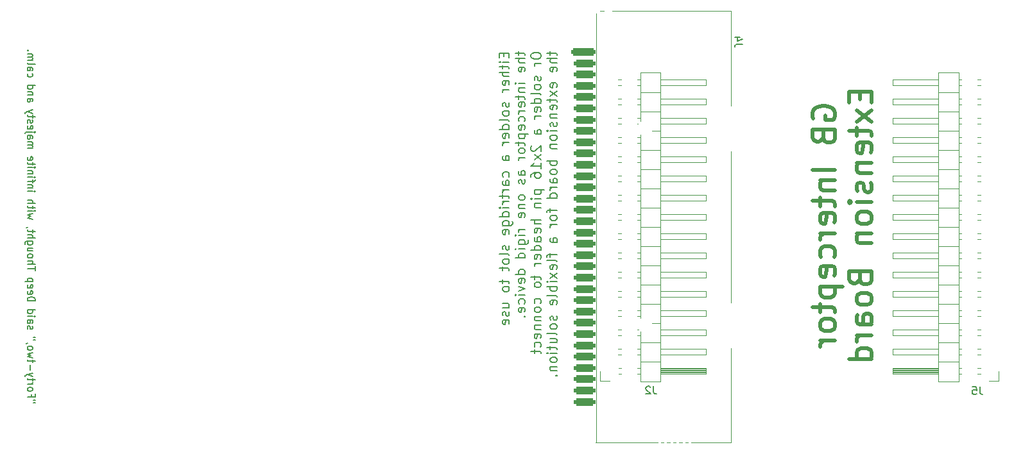
<source format=gbo>
G04 #@! TF.GenerationSoftware,KiCad,Pcbnew,6.0.2+dfsg-1*
G04 #@! TF.CreationDate,2022-11-20T12:02:48+01:00*
G04 #@! TF.ProjectId,gb-stream-cart,67622d73-7472-4656-916d-2d636172742e,REV1*
G04 #@! TF.SameCoordinates,PX4cf3b50PY7de2900*
G04 #@! TF.FileFunction,Legend,Bot*
G04 #@! TF.FilePolarity,Positive*
%FSLAX46Y46*%
G04 Gerber Fmt 4.6, Leading zero omitted, Abs format (unit mm)*
G04 Created by KiCad (PCBNEW 6.0.2+dfsg-1) date 2022-11-20 12:02:48*
%MOMM*%
%LPD*%
G01*
G04 APERTURE LIST*
G04 Aperture macros list*
%AMRoundRect*
0 Rectangle with rounded corners*
0 $1 Rounding radius*
0 $2 $3 $4 $5 $6 $7 $8 $9 X,Y pos of 4 corners*
0 Add a 4 corners polygon primitive as box body*
4,1,4,$2,$3,$4,$5,$6,$7,$8,$9,$2,$3,0*
0 Add four circle primitives for the rounded corners*
1,1,$1+$1,$2,$3*
1,1,$1+$1,$4,$5*
1,1,$1+$1,$6,$7*
1,1,$1+$1,$8,$9*
0 Add four rect primitives between the rounded corners*
20,1,$1+$1,$2,$3,$4,$5,0*
20,1,$1+$1,$4,$5,$6,$7,0*
20,1,$1+$1,$6,$7,$8,$9,0*
20,1,$1+$1,$8,$9,$2,$3,0*%
G04 Aperture macros list end*
%ADD10C,0.150000*%
%ADD11C,0.500000*%
%ADD12C,0.200000*%
%ADD13C,0.120000*%
%ADD14C,0.500000*%
%ADD15C,2.000000*%
%ADD16C,2.350000*%
%ADD17C,2.700000*%
%ADD18C,7.150000*%
%ADD19C,0.650000*%
%ADD20O,1.000000X2.100000*%
%ADD21O,1.000000X1.600000*%
%ADD22R,1.700000X1.700000*%
%ADD23O,1.700000X1.700000*%
%ADD24R,3.500000X5.000000*%
%ADD25RoundRect,0.275000X1.125000X-0.275000X1.125000X0.275000X-1.125000X0.275000X-1.125000X-0.275000X0*%
%ADD26RoundRect,0.275000X1.325000X-0.275000X1.325000X0.275000X-1.325000X0.275000X-1.325000X-0.275000X0*%
G04 APERTURE END LIST*
D10*
X2497619Y12378453D02*
X2307142Y12378453D01*
X2497619Y12740358D02*
X2307142Y12740358D01*
X2021428Y13464167D02*
X2021428Y13147500D01*
X1497619Y13147500D02*
X2497619Y13147500D01*
X2497619Y13599881D01*
X1497619Y14097500D02*
X1545238Y14007024D01*
X1592857Y13961786D01*
X1688095Y13916548D01*
X1973809Y13916548D01*
X2069047Y13961786D01*
X2116666Y14007024D01*
X2164285Y14097500D01*
X2164285Y14233215D01*
X2116666Y14323691D01*
X2069047Y14368929D01*
X1973809Y14414167D01*
X1688095Y14414167D01*
X1592857Y14368929D01*
X1545238Y14323691D01*
X1497619Y14233215D01*
X1497619Y14097500D01*
X1497619Y14821310D02*
X2164285Y14821310D01*
X1973809Y14821310D02*
X2069047Y14866548D01*
X2116666Y14911786D01*
X2164285Y15002262D01*
X2164285Y15092739D01*
X2164285Y15273691D02*
X2164285Y15635596D01*
X2497619Y15409405D02*
X1640476Y15409405D01*
X1545238Y15454643D01*
X1497619Y15545120D01*
X1497619Y15635596D01*
X2164285Y15861786D02*
X1497619Y16087977D01*
X2164285Y16314167D02*
X1497619Y16087977D01*
X1259523Y15997500D01*
X1211904Y15952262D01*
X1164285Y15861786D01*
X1878571Y16676072D02*
X1878571Y17399881D01*
X2164285Y17716548D02*
X2164285Y18078453D01*
X2497619Y17852262D02*
X1640476Y17852262D01*
X1545238Y17897500D01*
X1497619Y17987977D01*
X1497619Y18078453D01*
X2164285Y18304643D02*
X1497619Y18485596D01*
X1973809Y18666548D01*
X1497619Y18847500D01*
X2164285Y19028453D01*
X1497619Y19526072D02*
X1545238Y19435596D01*
X1592857Y19390358D01*
X1688095Y19345120D01*
X1973809Y19345120D01*
X2069047Y19390358D01*
X2116666Y19435596D01*
X2164285Y19526072D01*
X2164285Y19661786D01*
X2116666Y19752262D01*
X2069047Y19797500D01*
X1973809Y19842739D01*
X1688095Y19842739D01*
X1592857Y19797500D01*
X1545238Y19752262D01*
X1497619Y19661786D01*
X1497619Y19526072D01*
X1545238Y20295120D02*
X1497619Y20295120D01*
X1402380Y20249881D01*
X1354761Y20204643D01*
X2497619Y20657024D02*
X2307142Y20657024D01*
X2497619Y21018929D02*
X2307142Y21018929D01*
X1545238Y22104643D02*
X1497619Y22195120D01*
X1497619Y22376072D01*
X1545238Y22466548D01*
X1640476Y22511786D01*
X1688095Y22511786D01*
X1783333Y22466548D01*
X1830952Y22376072D01*
X1830952Y22240358D01*
X1878571Y22149881D01*
X1973809Y22104643D01*
X2021428Y22104643D01*
X2116666Y22149881D01*
X2164285Y22240358D01*
X2164285Y22376072D01*
X2116666Y22466548D01*
X1497619Y23326072D02*
X2021428Y23326072D01*
X2116666Y23280834D01*
X2164285Y23190358D01*
X2164285Y23009405D01*
X2116666Y22918929D01*
X1545238Y23326072D02*
X1497619Y23235596D01*
X1497619Y23009405D01*
X1545238Y22918929D01*
X1640476Y22873691D01*
X1735714Y22873691D01*
X1830952Y22918929D01*
X1878571Y23009405D01*
X1878571Y23235596D01*
X1926190Y23326072D01*
X1497619Y23778453D02*
X2164285Y23778453D01*
X2497619Y23778453D02*
X2450000Y23733215D01*
X2402380Y23778453D01*
X2450000Y23823691D01*
X2497619Y23778453D01*
X2402380Y23778453D01*
X1497619Y24637977D02*
X2497619Y24637977D01*
X1545238Y24637977D02*
X1497619Y24547500D01*
X1497619Y24366548D01*
X1545238Y24276072D01*
X1592857Y24230834D01*
X1688095Y24185596D01*
X1973809Y24185596D01*
X2069047Y24230834D01*
X2116666Y24276072D01*
X2164285Y24366548D01*
X2164285Y24547500D01*
X2116666Y24637977D01*
X1497619Y25814167D02*
X2497619Y25814167D01*
X2497619Y26040358D01*
X2450000Y26176072D01*
X2354761Y26266548D01*
X2259523Y26311786D01*
X2069047Y26357024D01*
X1926190Y26357024D01*
X1735714Y26311786D01*
X1640476Y26266548D01*
X1545238Y26176072D01*
X1497619Y26040358D01*
X1497619Y25814167D01*
X1545238Y27126072D02*
X1497619Y27035596D01*
X1497619Y26854643D01*
X1545238Y26764167D01*
X1640476Y26718929D01*
X2021428Y26718929D01*
X2116666Y26764167D01*
X2164285Y26854643D01*
X2164285Y27035596D01*
X2116666Y27126072D01*
X2021428Y27171310D01*
X1926190Y27171310D01*
X1830952Y26718929D01*
X1545238Y27940358D02*
X1497619Y27849881D01*
X1497619Y27668929D01*
X1545238Y27578453D01*
X1640476Y27533215D01*
X2021428Y27533215D01*
X2116666Y27578453D01*
X2164285Y27668929D01*
X2164285Y27849881D01*
X2116666Y27940358D01*
X2021428Y27985596D01*
X1926190Y27985596D01*
X1830952Y27533215D01*
X2164285Y28392739D02*
X1164285Y28392739D01*
X2116666Y28392739D02*
X2164285Y28483215D01*
X2164285Y28664167D01*
X2116666Y28754643D01*
X2069047Y28799881D01*
X1973809Y28845120D01*
X1688095Y28845120D01*
X1592857Y28799881D01*
X1545238Y28754643D01*
X1497619Y28664167D01*
X1497619Y28483215D01*
X1545238Y28392739D01*
X2497619Y29840358D02*
X2497619Y30383215D01*
X1497619Y30111786D02*
X2497619Y30111786D01*
X1497619Y30699881D02*
X2497619Y30699881D01*
X1497619Y31107024D02*
X2021428Y31107024D01*
X2116666Y31061786D01*
X2164285Y30971310D01*
X2164285Y30835596D01*
X2116666Y30745120D01*
X2069047Y30699881D01*
X1497619Y31695120D02*
X1545238Y31604643D01*
X1592857Y31559405D01*
X1688095Y31514167D01*
X1973809Y31514167D01*
X2069047Y31559405D01*
X2116666Y31604643D01*
X2164285Y31695120D01*
X2164285Y31830834D01*
X2116666Y31921310D01*
X2069047Y31966548D01*
X1973809Y32011786D01*
X1688095Y32011786D01*
X1592857Y31966548D01*
X1545238Y31921310D01*
X1497619Y31830834D01*
X1497619Y31695120D01*
X2164285Y32826072D02*
X1497619Y32826072D01*
X2164285Y32418929D02*
X1640476Y32418929D01*
X1545238Y32464167D01*
X1497619Y32554643D01*
X1497619Y32690358D01*
X1545238Y32780834D01*
X1592857Y32826072D01*
X2164285Y33685596D02*
X1354761Y33685596D01*
X1259523Y33640358D01*
X1211904Y33595120D01*
X1164285Y33504643D01*
X1164285Y33368929D01*
X1211904Y33278453D01*
X1545238Y33685596D02*
X1497619Y33595120D01*
X1497619Y33414167D01*
X1545238Y33323691D01*
X1592857Y33278453D01*
X1688095Y33233215D01*
X1973809Y33233215D01*
X2069047Y33278453D01*
X2116666Y33323691D01*
X2164285Y33414167D01*
X2164285Y33595120D01*
X2116666Y33685596D01*
X1497619Y34137977D02*
X2497619Y34137977D01*
X1497619Y34545120D02*
X2021428Y34545120D01*
X2116666Y34499881D01*
X2164285Y34409405D01*
X2164285Y34273691D01*
X2116666Y34183215D01*
X2069047Y34137977D01*
X2164285Y34861786D02*
X2164285Y35223691D01*
X2497619Y34997500D02*
X1640476Y34997500D01*
X1545238Y35042739D01*
X1497619Y35133215D01*
X1497619Y35223691D01*
X1545238Y35585596D02*
X1497619Y35585596D01*
X1402380Y35540358D01*
X1354761Y35495120D01*
X2164285Y36626072D02*
X1497619Y36807024D01*
X1973809Y36987977D01*
X1497619Y37168929D01*
X2164285Y37349881D01*
X1497619Y37711786D02*
X2164285Y37711786D01*
X2497619Y37711786D02*
X2450000Y37666548D01*
X2402380Y37711786D01*
X2450000Y37757024D01*
X2497619Y37711786D01*
X2402380Y37711786D01*
X2164285Y38028453D02*
X2164285Y38390358D01*
X2497619Y38164167D02*
X1640476Y38164167D01*
X1545238Y38209405D01*
X1497619Y38299881D01*
X1497619Y38390358D01*
X1497619Y38707024D02*
X2497619Y38707024D01*
X1497619Y39114167D02*
X2021428Y39114167D01*
X2116666Y39068929D01*
X2164285Y38978453D01*
X2164285Y38842739D01*
X2116666Y38752262D01*
X2069047Y38707024D01*
X1497619Y40290358D02*
X2164285Y40290358D01*
X2497619Y40290358D02*
X2450000Y40245120D01*
X2402380Y40290358D01*
X2450000Y40335596D01*
X2497619Y40290358D01*
X2402380Y40290358D01*
X2164285Y40742739D02*
X1497619Y40742739D01*
X2069047Y40742739D02*
X2116666Y40787977D01*
X2164285Y40878453D01*
X2164285Y41014167D01*
X2116666Y41104643D01*
X2021428Y41149881D01*
X1497619Y41149881D01*
X2164285Y41466548D02*
X2164285Y41828453D01*
X1497619Y41602262D02*
X2354761Y41602262D01*
X2450000Y41647500D01*
X2497619Y41737977D01*
X2497619Y41828453D01*
X1497619Y42145120D02*
X2164285Y42145120D01*
X2497619Y42145120D02*
X2450000Y42099881D01*
X2402380Y42145120D01*
X2450000Y42190358D01*
X2497619Y42145120D01*
X2402380Y42145120D01*
X2164285Y42597500D02*
X1497619Y42597500D01*
X2069047Y42597500D02*
X2116666Y42642739D01*
X2164285Y42733215D01*
X2164285Y42868929D01*
X2116666Y42959405D01*
X2021428Y43004643D01*
X1497619Y43004643D01*
X1497619Y43457024D02*
X2164285Y43457024D01*
X2497619Y43457024D02*
X2450000Y43411786D01*
X2402380Y43457024D01*
X2450000Y43502262D01*
X2497619Y43457024D01*
X2402380Y43457024D01*
X2164285Y43773691D02*
X2164285Y44135596D01*
X2497619Y43909405D02*
X1640476Y43909405D01*
X1545238Y43954643D01*
X1497619Y44045120D01*
X1497619Y44135596D01*
X1545238Y44814167D02*
X1497619Y44723691D01*
X1497619Y44542739D01*
X1545238Y44452262D01*
X1640476Y44407024D01*
X2021428Y44407024D01*
X2116666Y44452262D01*
X2164285Y44542739D01*
X2164285Y44723691D01*
X2116666Y44814167D01*
X2021428Y44859405D01*
X1926190Y44859405D01*
X1830952Y44407024D01*
X1497619Y45990358D02*
X2164285Y45990358D01*
X2069047Y45990358D02*
X2116666Y46035596D01*
X2164285Y46126072D01*
X2164285Y46261786D01*
X2116666Y46352262D01*
X2021428Y46397500D01*
X1497619Y46397500D01*
X2021428Y46397500D02*
X2116666Y46442739D01*
X2164285Y46533215D01*
X2164285Y46668929D01*
X2116666Y46759405D01*
X2021428Y46804643D01*
X1497619Y46804643D01*
X1497619Y47664167D02*
X2021428Y47664167D01*
X2116666Y47618929D01*
X2164285Y47528453D01*
X2164285Y47347500D01*
X2116666Y47257024D01*
X1545238Y47664167D02*
X1497619Y47573691D01*
X1497619Y47347500D01*
X1545238Y47257024D01*
X1640476Y47211786D01*
X1735714Y47211786D01*
X1830952Y47257024D01*
X1878571Y47347500D01*
X1878571Y47573691D01*
X1926190Y47664167D01*
X2164285Y48116548D02*
X1307142Y48116548D01*
X1211904Y48071310D01*
X1164285Y47980834D01*
X1164285Y47935596D01*
X2497619Y48116548D02*
X2450000Y48071310D01*
X2402380Y48116548D01*
X2450000Y48161786D01*
X2497619Y48116548D01*
X2402380Y48116548D01*
X1545238Y48930834D02*
X1497619Y48840358D01*
X1497619Y48659405D01*
X1545238Y48568929D01*
X1640476Y48523691D01*
X2021428Y48523691D01*
X2116666Y48568929D01*
X2164285Y48659405D01*
X2164285Y48840358D01*
X2116666Y48930834D01*
X2021428Y48976072D01*
X1926190Y48976072D01*
X1830952Y48523691D01*
X1545238Y49337977D02*
X1497619Y49428453D01*
X1497619Y49609405D01*
X1545238Y49699881D01*
X1640476Y49745120D01*
X1688095Y49745120D01*
X1783333Y49699881D01*
X1830952Y49609405D01*
X1830952Y49473691D01*
X1878571Y49383215D01*
X1973809Y49337977D01*
X2021428Y49337977D01*
X2116666Y49383215D01*
X2164285Y49473691D01*
X2164285Y49609405D01*
X2116666Y49699881D01*
X2164285Y50016548D02*
X2164285Y50378453D01*
X2497619Y50152262D02*
X1640476Y50152262D01*
X1545238Y50197500D01*
X1497619Y50287977D01*
X1497619Y50378453D01*
X2164285Y50604643D02*
X1497619Y50830834D01*
X2164285Y51057024D02*
X1497619Y50830834D01*
X1259523Y50740358D01*
X1211904Y50695120D01*
X1164285Y50604643D01*
X1497619Y52549881D02*
X2021428Y52549881D01*
X2116666Y52504643D01*
X2164285Y52414167D01*
X2164285Y52233215D01*
X2116666Y52142739D01*
X1545238Y52549881D02*
X1497619Y52459405D01*
X1497619Y52233215D01*
X1545238Y52142739D01*
X1640476Y52097500D01*
X1735714Y52097500D01*
X1830952Y52142739D01*
X1878571Y52233215D01*
X1878571Y52459405D01*
X1926190Y52549881D01*
X2164285Y53002262D02*
X1497619Y53002262D01*
X2069047Y53002262D02*
X2116666Y53047500D01*
X2164285Y53137977D01*
X2164285Y53273691D01*
X2116666Y53364167D01*
X2021428Y53409405D01*
X1497619Y53409405D01*
X1497619Y54268929D02*
X2497619Y54268929D01*
X1545238Y54268929D02*
X1497619Y54178453D01*
X1497619Y53997500D01*
X1545238Y53907024D01*
X1592857Y53861786D01*
X1688095Y53816548D01*
X1973809Y53816548D01*
X2069047Y53861786D01*
X2116666Y53907024D01*
X2164285Y53997500D01*
X2164285Y54178453D01*
X2116666Y54268929D01*
X1545238Y55852262D02*
X1497619Y55761786D01*
X1497619Y55580834D01*
X1545238Y55490358D01*
X1592857Y55445120D01*
X1688095Y55399881D01*
X1973809Y55399881D01*
X2069047Y55445120D01*
X2116666Y55490358D01*
X2164285Y55580834D01*
X2164285Y55761786D01*
X2116666Y55852262D01*
X1497619Y56666548D02*
X2021428Y56666548D01*
X2116666Y56621310D01*
X2164285Y56530834D01*
X2164285Y56349881D01*
X2116666Y56259405D01*
X1545238Y56666548D02*
X1497619Y56576072D01*
X1497619Y56349881D01*
X1545238Y56259405D01*
X1640476Y56214167D01*
X1735714Y56214167D01*
X1830952Y56259405D01*
X1878571Y56349881D01*
X1878571Y56576072D01*
X1926190Y56666548D01*
X1497619Y57254643D02*
X1545238Y57164167D01*
X1640476Y57118929D01*
X2497619Y57118929D01*
X1497619Y57616548D02*
X2164285Y57616548D01*
X2069047Y57616548D02*
X2116666Y57661786D01*
X2164285Y57752262D01*
X2164285Y57887977D01*
X2116666Y57978453D01*
X2021428Y58023691D01*
X1497619Y58023691D01*
X2021428Y58023691D02*
X2116666Y58068929D01*
X2164285Y58159405D01*
X2164285Y58295120D01*
X2116666Y58385596D01*
X2021428Y58430834D01*
X1497619Y58430834D01*
X1592857Y58883215D02*
X1545238Y58928453D01*
X1497619Y58883215D01*
X1545238Y58837977D01*
X1592857Y58883215D01*
X1497619Y58883215D01*
D11*
X105185000Y49871429D02*
X105042142Y50157143D01*
X105042142Y50585715D01*
X105185000Y51014286D01*
X105470714Y51300000D01*
X105756428Y51442858D01*
X106327857Y51585715D01*
X106756428Y51585715D01*
X107327857Y51442858D01*
X107613571Y51300000D01*
X107899285Y51014286D01*
X108042142Y50585715D01*
X108042142Y50300000D01*
X107899285Y49871429D01*
X107756428Y49728572D01*
X106756428Y49728572D01*
X106756428Y50300000D01*
X106470714Y47442858D02*
X106613571Y47014286D01*
X106756428Y46871429D01*
X107042142Y46728572D01*
X107470714Y46728572D01*
X107756428Y46871429D01*
X107899285Y47014286D01*
X108042142Y47300000D01*
X108042142Y48442858D01*
X105042142Y48442858D01*
X105042142Y47442858D01*
X105185000Y47157143D01*
X105327857Y47014286D01*
X105613571Y46871429D01*
X105899285Y46871429D01*
X106185000Y47014286D01*
X106327857Y47157143D01*
X106470714Y47442858D01*
X106470714Y48442858D01*
X108042142Y43157143D02*
X105042142Y43157143D01*
X106042142Y41728572D02*
X108042142Y41728572D01*
X106327857Y41728572D02*
X106185000Y41585715D01*
X106042142Y41300000D01*
X106042142Y40871429D01*
X106185000Y40585715D01*
X106470714Y40442858D01*
X108042142Y40442858D01*
X106042142Y39442858D02*
X106042142Y38300000D01*
X105042142Y39014286D02*
X107613571Y39014286D01*
X107899285Y38871429D01*
X108042142Y38585715D01*
X108042142Y38300000D01*
X107899285Y36157143D02*
X108042142Y36442858D01*
X108042142Y37014286D01*
X107899285Y37300000D01*
X107613571Y37442858D01*
X106470714Y37442858D01*
X106185000Y37300000D01*
X106042142Y37014286D01*
X106042142Y36442858D01*
X106185000Y36157143D01*
X106470714Y36014286D01*
X106756428Y36014286D01*
X107042142Y37442858D01*
X108042142Y34728572D02*
X106042142Y34728572D01*
X106613571Y34728572D02*
X106327857Y34585715D01*
X106185000Y34442858D01*
X106042142Y34157143D01*
X106042142Y33871429D01*
X107899285Y31585715D02*
X108042142Y31871429D01*
X108042142Y32442858D01*
X107899285Y32728572D01*
X107756428Y32871429D01*
X107470714Y33014286D01*
X106613571Y33014286D01*
X106327857Y32871429D01*
X106185000Y32728572D01*
X106042142Y32442858D01*
X106042142Y31871429D01*
X106185000Y31585715D01*
X107899285Y29157143D02*
X108042142Y29442858D01*
X108042142Y30014286D01*
X107899285Y30300000D01*
X107613571Y30442858D01*
X106470714Y30442858D01*
X106185000Y30300000D01*
X106042142Y30014286D01*
X106042142Y29442858D01*
X106185000Y29157143D01*
X106470714Y29014286D01*
X106756428Y29014286D01*
X107042142Y30442858D01*
X106042142Y27728572D02*
X109042142Y27728572D01*
X106185000Y27728572D02*
X106042142Y27442858D01*
X106042142Y26871429D01*
X106185000Y26585715D01*
X106327857Y26442858D01*
X106613571Y26300000D01*
X107470714Y26300000D01*
X107756428Y26442858D01*
X107899285Y26585715D01*
X108042142Y26871429D01*
X108042142Y27442858D01*
X107899285Y27728572D01*
X106042142Y25442858D02*
X106042142Y24300000D01*
X105042142Y25014286D02*
X107613571Y25014286D01*
X107899285Y24871429D01*
X108042142Y24585715D01*
X108042142Y24300000D01*
X108042142Y22871429D02*
X107899285Y23157143D01*
X107756428Y23300000D01*
X107470714Y23442858D01*
X106613571Y23442858D01*
X106327857Y23300000D01*
X106185000Y23157143D01*
X106042142Y22871429D01*
X106042142Y22442858D01*
X106185000Y22157143D01*
X106327857Y22014286D01*
X106613571Y21871429D01*
X107470714Y21871429D01*
X107756428Y22014286D01*
X107899285Y22157143D01*
X108042142Y22442858D01*
X108042142Y22871429D01*
X108042142Y20585715D02*
X106042142Y20585715D01*
X106613571Y20585715D02*
X106327857Y20442858D01*
X106185000Y20300000D01*
X106042142Y20014286D01*
X106042142Y19728572D01*
X111300714Y53442858D02*
X111300714Y52442858D01*
X112872142Y52014286D02*
X112872142Y53442858D01*
X109872142Y53442858D01*
X109872142Y52014286D01*
X112872142Y51014286D02*
X110872142Y49442858D01*
X110872142Y51014286D02*
X112872142Y49442858D01*
X110872142Y48728572D02*
X110872142Y47585715D01*
X109872142Y48300000D02*
X112443571Y48300000D01*
X112729285Y48157143D01*
X112872142Y47871429D01*
X112872142Y47585715D01*
X112729285Y45442858D02*
X112872142Y45728572D01*
X112872142Y46300000D01*
X112729285Y46585715D01*
X112443571Y46728572D01*
X111300714Y46728572D01*
X111015000Y46585715D01*
X110872142Y46300000D01*
X110872142Y45728572D01*
X111015000Y45442858D01*
X111300714Y45300000D01*
X111586428Y45300000D01*
X111872142Y46728572D01*
X110872142Y44014286D02*
X112872142Y44014286D01*
X111157857Y44014286D02*
X111015000Y43871429D01*
X110872142Y43585715D01*
X110872142Y43157143D01*
X111015000Y42871429D01*
X111300714Y42728572D01*
X112872142Y42728572D01*
X112729285Y41442858D02*
X112872142Y41157143D01*
X112872142Y40585715D01*
X112729285Y40300000D01*
X112443571Y40157143D01*
X112300714Y40157143D01*
X112015000Y40300000D01*
X111872142Y40585715D01*
X111872142Y41014286D01*
X111729285Y41300000D01*
X111443571Y41442858D01*
X111300714Y41442858D01*
X111015000Y41300000D01*
X110872142Y41014286D01*
X110872142Y40585715D01*
X111015000Y40300000D01*
X112872142Y38871429D02*
X110872142Y38871429D01*
X109872142Y38871429D02*
X110015000Y39014286D01*
X110157857Y38871429D01*
X110015000Y38728572D01*
X109872142Y38871429D01*
X110157857Y38871429D01*
X112872142Y37014286D02*
X112729285Y37300000D01*
X112586428Y37442858D01*
X112300714Y37585715D01*
X111443571Y37585715D01*
X111157857Y37442858D01*
X111015000Y37300000D01*
X110872142Y37014286D01*
X110872142Y36585715D01*
X111015000Y36300000D01*
X111157857Y36157143D01*
X111443571Y36014286D01*
X112300714Y36014286D01*
X112586428Y36157143D01*
X112729285Y36300000D01*
X112872142Y36585715D01*
X112872142Y37014286D01*
X110872142Y34728572D02*
X112872142Y34728572D01*
X111157857Y34728572D02*
X111015000Y34585715D01*
X110872142Y34300000D01*
X110872142Y33871429D01*
X111015000Y33585715D01*
X111300714Y33442858D01*
X112872142Y33442858D01*
X111300714Y28728572D02*
X111443571Y28300000D01*
X111586428Y28157143D01*
X111872142Y28014286D01*
X112300714Y28014286D01*
X112586428Y28157143D01*
X112729285Y28300000D01*
X112872142Y28585715D01*
X112872142Y29728572D01*
X109872142Y29728572D01*
X109872142Y28728572D01*
X110015000Y28442858D01*
X110157857Y28300000D01*
X110443571Y28157143D01*
X110729285Y28157143D01*
X111015000Y28300000D01*
X111157857Y28442858D01*
X111300714Y28728572D01*
X111300714Y29728572D01*
X112872142Y26300000D02*
X112729285Y26585715D01*
X112586428Y26728572D01*
X112300714Y26871429D01*
X111443571Y26871429D01*
X111157857Y26728572D01*
X111015000Y26585715D01*
X110872142Y26300000D01*
X110872142Y25871429D01*
X111015000Y25585715D01*
X111157857Y25442858D01*
X111443571Y25300000D01*
X112300714Y25300000D01*
X112586428Y25442858D01*
X112729285Y25585715D01*
X112872142Y25871429D01*
X112872142Y26300000D01*
X112872142Y22728572D02*
X111300714Y22728572D01*
X111015000Y22871429D01*
X110872142Y23157143D01*
X110872142Y23728572D01*
X111015000Y24014286D01*
X112729285Y22728572D02*
X112872142Y23014286D01*
X112872142Y23728572D01*
X112729285Y24014286D01*
X112443571Y24157143D01*
X112157857Y24157143D01*
X111872142Y24014286D01*
X111729285Y23728572D01*
X111729285Y23014286D01*
X111586428Y22728572D01*
X112872142Y21300000D02*
X110872142Y21300000D01*
X111443571Y21300000D02*
X111157857Y21157143D01*
X111015000Y21014286D01*
X110872142Y20728572D01*
X110872142Y20442858D01*
X112872142Y18157143D02*
X109872142Y18157143D01*
X112729285Y18157143D02*
X112872142Y18442858D01*
X112872142Y19014286D01*
X112729285Y19300000D01*
X112586428Y19442858D01*
X112300714Y19585715D01*
X111443571Y19585715D01*
X111157857Y19442858D01*
X111015000Y19300000D01*
X110872142Y19014286D01*
X110872142Y18442858D01*
X111015000Y18157143D01*
D12*
X64367642Y58560477D02*
X64367642Y58127143D01*
X65048595Y57941429D02*
X65048595Y58560477D01*
X63748595Y58560477D01*
X63748595Y57941429D01*
X65048595Y57384286D02*
X64181928Y57384286D01*
X63748595Y57384286D02*
X63810500Y57446191D01*
X63872404Y57384286D01*
X63810500Y57322381D01*
X63748595Y57384286D01*
X63872404Y57384286D01*
X64181928Y56950953D02*
X64181928Y56455715D01*
X63748595Y56765239D02*
X64862880Y56765239D01*
X64986690Y56703334D01*
X65048595Y56579524D01*
X65048595Y56455715D01*
X65048595Y56022381D02*
X63748595Y56022381D01*
X65048595Y55465239D02*
X64367642Y55465239D01*
X64243833Y55527143D01*
X64181928Y55650953D01*
X64181928Y55836667D01*
X64243833Y55960477D01*
X64305738Y56022381D01*
X64986690Y54350953D02*
X65048595Y54474762D01*
X65048595Y54722381D01*
X64986690Y54846191D01*
X64862880Y54908096D01*
X64367642Y54908096D01*
X64243833Y54846191D01*
X64181928Y54722381D01*
X64181928Y54474762D01*
X64243833Y54350953D01*
X64367642Y54289048D01*
X64491452Y54289048D01*
X64615261Y54908096D01*
X65048595Y53731905D02*
X64181928Y53731905D01*
X64429547Y53731905D02*
X64305738Y53670000D01*
X64243833Y53608096D01*
X64181928Y53484286D01*
X64181928Y53360477D01*
X64986690Y51998572D02*
X65048595Y51874762D01*
X65048595Y51627143D01*
X64986690Y51503334D01*
X64862880Y51441429D01*
X64800976Y51441429D01*
X64677166Y51503334D01*
X64615261Y51627143D01*
X64615261Y51812858D01*
X64553357Y51936667D01*
X64429547Y51998572D01*
X64367642Y51998572D01*
X64243833Y51936667D01*
X64181928Y51812858D01*
X64181928Y51627143D01*
X64243833Y51503334D01*
X65048595Y50698572D02*
X64986690Y50822381D01*
X64924785Y50884286D01*
X64800976Y50946191D01*
X64429547Y50946191D01*
X64305738Y50884286D01*
X64243833Y50822381D01*
X64181928Y50698572D01*
X64181928Y50512858D01*
X64243833Y50389048D01*
X64305738Y50327143D01*
X64429547Y50265239D01*
X64800976Y50265239D01*
X64924785Y50327143D01*
X64986690Y50389048D01*
X65048595Y50512858D01*
X65048595Y50698572D01*
X65048595Y49522381D02*
X64986690Y49646191D01*
X64862880Y49708096D01*
X63748595Y49708096D01*
X65048595Y48470000D02*
X63748595Y48470000D01*
X64986690Y48470000D02*
X65048595Y48593810D01*
X65048595Y48841429D01*
X64986690Y48965239D01*
X64924785Y49027143D01*
X64800976Y49089048D01*
X64429547Y49089048D01*
X64305738Y49027143D01*
X64243833Y48965239D01*
X64181928Y48841429D01*
X64181928Y48593810D01*
X64243833Y48470000D01*
X64986690Y47355715D02*
X65048595Y47479524D01*
X65048595Y47727143D01*
X64986690Y47850953D01*
X64862880Y47912858D01*
X64367642Y47912858D01*
X64243833Y47850953D01*
X64181928Y47727143D01*
X64181928Y47479524D01*
X64243833Y47355715D01*
X64367642Y47293810D01*
X64491452Y47293810D01*
X64615261Y47912858D01*
X65048595Y46736667D02*
X64181928Y46736667D01*
X64429547Y46736667D02*
X64305738Y46674762D01*
X64243833Y46612858D01*
X64181928Y46489048D01*
X64181928Y46365239D01*
X65048595Y44384286D02*
X64367642Y44384286D01*
X64243833Y44446191D01*
X64181928Y44570000D01*
X64181928Y44817620D01*
X64243833Y44941429D01*
X64986690Y44384286D02*
X65048595Y44508096D01*
X65048595Y44817620D01*
X64986690Y44941429D01*
X64862880Y45003334D01*
X64739071Y45003334D01*
X64615261Y44941429D01*
X64553357Y44817620D01*
X64553357Y44508096D01*
X64491452Y44384286D01*
X64986690Y42217620D02*
X65048595Y42341429D01*
X65048595Y42589048D01*
X64986690Y42712858D01*
X64924785Y42774762D01*
X64800976Y42836667D01*
X64429547Y42836667D01*
X64305738Y42774762D01*
X64243833Y42712858D01*
X64181928Y42589048D01*
X64181928Y42341429D01*
X64243833Y42217620D01*
X65048595Y41103334D02*
X64367642Y41103334D01*
X64243833Y41165239D01*
X64181928Y41289048D01*
X64181928Y41536667D01*
X64243833Y41660477D01*
X64986690Y41103334D02*
X65048595Y41227143D01*
X65048595Y41536667D01*
X64986690Y41660477D01*
X64862880Y41722381D01*
X64739071Y41722381D01*
X64615261Y41660477D01*
X64553357Y41536667D01*
X64553357Y41227143D01*
X64491452Y41103334D01*
X65048595Y40484286D02*
X64181928Y40484286D01*
X64429547Y40484286D02*
X64305738Y40422381D01*
X64243833Y40360477D01*
X64181928Y40236667D01*
X64181928Y40112858D01*
X64181928Y39865239D02*
X64181928Y39370000D01*
X63748595Y39679524D02*
X64862880Y39679524D01*
X64986690Y39617620D01*
X65048595Y39493810D01*
X65048595Y39370000D01*
X65048595Y38936667D02*
X64181928Y38936667D01*
X64429547Y38936667D02*
X64305738Y38874762D01*
X64243833Y38812858D01*
X64181928Y38689048D01*
X64181928Y38565239D01*
X65048595Y38131905D02*
X64181928Y38131905D01*
X63748595Y38131905D02*
X63810500Y38193810D01*
X63872404Y38131905D01*
X63810500Y38070000D01*
X63748595Y38131905D01*
X63872404Y38131905D01*
X65048595Y36955715D02*
X63748595Y36955715D01*
X64986690Y36955715D02*
X65048595Y37079524D01*
X65048595Y37327143D01*
X64986690Y37450953D01*
X64924785Y37512858D01*
X64800976Y37574762D01*
X64429547Y37574762D01*
X64305738Y37512858D01*
X64243833Y37450953D01*
X64181928Y37327143D01*
X64181928Y37079524D01*
X64243833Y36955715D01*
X64181928Y35779524D02*
X65234309Y35779524D01*
X65358119Y35841429D01*
X65420023Y35903334D01*
X65481928Y36027143D01*
X65481928Y36212858D01*
X65420023Y36336667D01*
X64986690Y35779524D02*
X65048595Y35903334D01*
X65048595Y36150953D01*
X64986690Y36274762D01*
X64924785Y36336667D01*
X64800976Y36398572D01*
X64429547Y36398572D01*
X64305738Y36336667D01*
X64243833Y36274762D01*
X64181928Y36150953D01*
X64181928Y35903334D01*
X64243833Y35779524D01*
X64986690Y34665239D02*
X65048595Y34789048D01*
X65048595Y35036667D01*
X64986690Y35160477D01*
X64862880Y35222381D01*
X64367642Y35222381D01*
X64243833Y35160477D01*
X64181928Y35036667D01*
X64181928Y34789048D01*
X64243833Y34665239D01*
X64367642Y34603334D01*
X64491452Y34603334D01*
X64615261Y35222381D01*
X64986690Y33117620D02*
X65048595Y32993810D01*
X65048595Y32746191D01*
X64986690Y32622381D01*
X64862880Y32560477D01*
X64800976Y32560477D01*
X64677166Y32622381D01*
X64615261Y32746191D01*
X64615261Y32931905D01*
X64553357Y33055715D01*
X64429547Y33117620D01*
X64367642Y33117620D01*
X64243833Y33055715D01*
X64181928Y32931905D01*
X64181928Y32746191D01*
X64243833Y32622381D01*
X65048595Y31817620D02*
X64986690Y31941429D01*
X64862880Y32003334D01*
X63748595Y32003334D01*
X65048595Y31136667D02*
X64986690Y31260477D01*
X64924785Y31322381D01*
X64800976Y31384286D01*
X64429547Y31384286D01*
X64305738Y31322381D01*
X64243833Y31260477D01*
X64181928Y31136667D01*
X64181928Y30950953D01*
X64243833Y30827143D01*
X64305738Y30765239D01*
X64429547Y30703334D01*
X64800976Y30703334D01*
X64924785Y30765239D01*
X64986690Y30827143D01*
X65048595Y30950953D01*
X65048595Y31136667D01*
X64181928Y30331905D02*
X64181928Y29836667D01*
X63748595Y30146191D02*
X64862880Y30146191D01*
X64986690Y30084286D01*
X65048595Y29960477D01*
X65048595Y29836667D01*
X64181928Y28598572D02*
X64181928Y28103334D01*
X63748595Y28412858D02*
X64862880Y28412858D01*
X64986690Y28350953D01*
X65048595Y28227143D01*
X65048595Y28103334D01*
X65048595Y27484286D02*
X64986690Y27608096D01*
X64924785Y27670000D01*
X64800976Y27731905D01*
X64429547Y27731905D01*
X64305738Y27670000D01*
X64243833Y27608096D01*
X64181928Y27484286D01*
X64181928Y27298572D01*
X64243833Y27174762D01*
X64305738Y27112858D01*
X64429547Y27050953D01*
X64800976Y27050953D01*
X64924785Y27112858D01*
X64986690Y27174762D01*
X65048595Y27298572D01*
X65048595Y27484286D01*
X64181928Y24946191D02*
X65048595Y24946191D01*
X64181928Y25503334D02*
X64862880Y25503334D01*
X64986690Y25441429D01*
X65048595Y25317620D01*
X65048595Y25131905D01*
X64986690Y25008096D01*
X64924785Y24946191D01*
X64986690Y24389048D02*
X65048595Y24265239D01*
X65048595Y24017620D01*
X64986690Y23893810D01*
X64862880Y23831905D01*
X64800976Y23831905D01*
X64677166Y23893810D01*
X64615261Y24017620D01*
X64615261Y24203334D01*
X64553357Y24327143D01*
X64429547Y24389048D01*
X64367642Y24389048D01*
X64243833Y24327143D01*
X64181928Y24203334D01*
X64181928Y24017620D01*
X64243833Y23893810D01*
X64986690Y22779524D02*
X65048595Y22903334D01*
X65048595Y23150953D01*
X64986690Y23274762D01*
X64862880Y23336667D01*
X64367642Y23336667D01*
X64243833Y23274762D01*
X64181928Y23150953D01*
X64181928Y22903334D01*
X64243833Y22779524D01*
X64367642Y22717620D01*
X64491452Y22717620D01*
X64615261Y23336667D01*
X66274928Y58746191D02*
X66274928Y58250953D01*
X65841595Y58560477D02*
X66955880Y58560477D01*
X67079690Y58498572D01*
X67141595Y58374762D01*
X67141595Y58250953D01*
X67141595Y57817620D02*
X65841595Y57817620D01*
X67141595Y57260477D02*
X66460642Y57260477D01*
X66336833Y57322381D01*
X66274928Y57446191D01*
X66274928Y57631905D01*
X66336833Y57755715D01*
X66398738Y57817620D01*
X67079690Y56146191D02*
X67141595Y56270000D01*
X67141595Y56517620D01*
X67079690Y56641429D01*
X66955880Y56703334D01*
X66460642Y56703334D01*
X66336833Y56641429D01*
X66274928Y56517620D01*
X66274928Y56270000D01*
X66336833Y56146191D01*
X66460642Y56084286D01*
X66584452Y56084286D01*
X66708261Y56703334D01*
X67141595Y54536667D02*
X66274928Y54536667D01*
X65841595Y54536667D02*
X65903500Y54598572D01*
X65965404Y54536667D01*
X65903500Y54474762D01*
X65841595Y54536667D01*
X65965404Y54536667D01*
X66274928Y53917620D02*
X67141595Y53917620D01*
X66398738Y53917620D02*
X66336833Y53855715D01*
X66274928Y53731905D01*
X66274928Y53546191D01*
X66336833Y53422381D01*
X66460642Y53360477D01*
X67141595Y53360477D01*
X66274928Y52927143D02*
X66274928Y52431905D01*
X65841595Y52741429D02*
X66955880Y52741429D01*
X67079690Y52679524D01*
X67141595Y52555715D01*
X67141595Y52431905D01*
X67079690Y51503334D02*
X67141595Y51627143D01*
X67141595Y51874762D01*
X67079690Y51998572D01*
X66955880Y52060477D01*
X66460642Y52060477D01*
X66336833Y51998572D01*
X66274928Y51874762D01*
X66274928Y51627143D01*
X66336833Y51503334D01*
X66460642Y51441429D01*
X66584452Y51441429D01*
X66708261Y52060477D01*
X67141595Y50884286D02*
X66274928Y50884286D01*
X66522547Y50884286D02*
X66398738Y50822381D01*
X66336833Y50760477D01*
X66274928Y50636667D01*
X66274928Y50512858D01*
X67079690Y49522381D02*
X67141595Y49646191D01*
X67141595Y49893810D01*
X67079690Y50017620D01*
X67017785Y50079524D01*
X66893976Y50141429D01*
X66522547Y50141429D01*
X66398738Y50079524D01*
X66336833Y50017620D01*
X66274928Y49893810D01*
X66274928Y49646191D01*
X66336833Y49522381D01*
X67079690Y48470000D02*
X67141595Y48593810D01*
X67141595Y48841429D01*
X67079690Y48965239D01*
X66955880Y49027143D01*
X66460642Y49027143D01*
X66336833Y48965239D01*
X66274928Y48841429D01*
X66274928Y48593810D01*
X66336833Y48470000D01*
X66460642Y48408096D01*
X66584452Y48408096D01*
X66708261Y49027143D01*
X66274928Y47850953D02*
X67574928Y47850953D01*
X66336833Y47850953D02*
X66274928Y47727143D01*
X66274928Y47479524D01*
X66336833Y47355715D01*
X66398738Y47293810D01*
X66522547Y47231905D01*
X66893976Y47231905D01*
X67017785Y47293810D01*
X67079690Y47355715D01*
X67141595Y47479524D01*
X67141595Y47727143D01*
X67079690Y47850953D01*
X66274928Y46860477D02*
X66274928Y46365239D01*
X65841595Y46674762D02*
X66955880Y46674762D01*
X67079690Y46612858D01*
X67141595Y46489048D01*
X67141595Y46365239D01*
X67141595Y45746191D02*
X67079690Y45870000D01*
X67017785Y45931905D01*
X66893976Y45993810D01*
X66522547Y45993810D01*
X66398738Y45931905D01*
X66336833Y45870000D01*
X66274928Y45746191D01*
X66274928Y45560477D01*
X66336833Y45436667D01*
X66398738Y45374762D01*
X66522547Y45312858D01*
X66893976Y45312858D01*
X67017785Y45374762D01*
X67079690Y45436667D01*
X67141595Y45560477D01*
X67141595Y45746191D01*
X67141595Y44755715D02*
X66274928Y44755715D01*
X66522547Y44755715D02*
X66398738Y44693810D01*
X66336833Y44631905D01*
X66274928Y44508096D01*
X66274928Y44384286D01*
X67141595Y42403334D02*
X66460642Y42403334D01*
X66336833Y42465239D01*
X66274928Y42589048D01*
X66274928Y42836667D01*
X66336833Y42960477D01*
X67079690Y42403334D02*
X67141595Y42527143D01*
X67141595Y42836667D01*
X67079690Y42960477D01*
X66955880Y43022381D01*
X66832071Y43022381D01*
X66708261Y42960477D01*
X66646357Y42836667D01*
X66646357Y42527143D01*
X66584452Y42403334D01*
X67079690Y41846191D02*
X67141595Y41722381D01*
X67141595Y41474762D01*
X67079690Y41350953D01*
X66955880Y41289048D01*
X66893976Y41289048D01*
X66770166Y41350953D01*
X66708261Y41474762D01*
X66708261Y41660477D01*
X66646357Y41784286D01*
X66522547Y41846191D01*
X66460642Y41846191D01*
X66336833Y41784286D01*
X66274928Y41660477D01*
X66274928Y41474762D01*
X66336833Y41350953D01*
X67141595Y39555715D02*
X67079690Y39679524D01*
X67017785Y39741429D01*
X66893976Y39803334D01*
X66522547Y39803334D01*
X66398738Y39741429D01*
X66336833Y39679524D01*
X66274928Y39555715D01*
X66274928Y39370000D01*
X66336833Y39246191D01*
X66398738Y39184286D01*
X66522547Y39122381D01*
X66893976Y39122381D01*
X67017785Y39184286D01*
X67079690Y39246191D01*
X67141595Y39370000D01*
X67141595Y39555715D01*
X66274928Y38565239D02*
X67141595Y38565239D01*
X66398738Y38565239D02*
X66336833Y38503334D01*
X66274928Y38379524D01*
X66274928Y38193810D01*
X66336833Y38070000D01*
X66460642Y38008096D01*
X67141595Y38008096D01*
X67079690Y36893810D02*
X67141595Y37017620D01*
X67141595Y37265239D01*
X67079690Y37389048D01*
X66955880Y37450953D01*
X66460642Y37450953D01*
X66336833Y37389048D01*
X66274928Y37265239D01*
X66274928Y37017620D01*
X66336833Y36893810D01*
X66460642Y36831905D01*
X66584452Y36831905D01*
X66708261Y37450953D01*
X67141595Y35284286D02*
X66274928Y35284286D01*
X66522547Y35284286D02*
X66398738Y35222381D01*
X66336833Y35160477D01*
X66274928Y35036667D01*
X66274928Y34912858D01*
X67141595Y34479524D02*
X66274928Y34479524D01*
X65841595Y34479524D02*
X65903500Y34541429D01*
X65965404Y34479524D01*
X65903500Y34417620D01*
X65841595Y34479524D01*
X65965404Y34479524D01*
X66274928Y33303334D02*
X67327309Y33303334D01*
X67451119Y33365239D01*
X67513023Y33427143D01*
X67574928Y33550953D01*
X67574928Y33736667D01*
X67513023Y33860477D01*
X67079690Y33303334D02*
X67141595Y33427143D01*
X67141595Y33674762D01*
X67079690Y33798572D01*
X67017785Y33860477D01*
X66893976Y33922381D01*
X66522547Y33922381D01*
X66398738Y33860477D01*
X66336833Y33798572D01*
X66274928Y33674762D01*
X66274928Y33427143D01*
X66336833Y33303334D01*
X67141595Y32684286D02*
X66274928Y32684286D01*
X65841595Y32684286D02*
X65903500Y32746191D01*
X65965404Y32684286D01*
X65903500Y32622381D01*
X65841595Y32684286D01*
X65965404Y32684286D01*
X67141595Y31508096D02*
X65841595Y31508096D01*
X67079690Y31508096D02*
X67141595Y31631905D01*
X67141595Y31879524D01*
X67079690Y32003334D01*
X67017785Y32065239D01*
X66893976Y32127143D01*
X66522547Y32127143D01*
X66398738Y32065239D01*
X66336833Y32003334D01*
X66274928Y31879524D01*
X66274928Y31631905D01*
X66336833Y31508096D01*
X67141595Y29341429D02*
X65841595Y29341429D01*
X67079690Y29341429D02*
X67141595Y29465239D01*
X67141595Y29712858D01*
X67079690Y29836667D01*
X67017785Y29898572D01*
X66893976Y29960477D01*
X66522547Y29960477D01*
X66398738Y29898572D01*
X66336833Y29836667D01*
X66274928Y29712858D01*
X66274928Y29465239D01*
X66336833Y29341429D01*
X67079690Y28227143D02*
X67141595Y28350953D01*
X67141595Y28598572D01*
X67079690Y28722381D01*
X66955880Y28784286D01*
X66460642Y28784286D01*
X66336833Y28722381D01*
X66274928Y28598572D01*
X66274928Y28350953D01*
X66336833Y28227143D01*
X66460642Y28165239D01*
X66584452Y28165239D01*
X66708261Y28784286D01*
X66274928Y27731905D02*
X67141595Y27422381D01*
X66274928Y27112858D01*
X67141595Y26617620D02*
X66274928Y26617620D01*
X65841595Y26617620D02*
X65903500Y26679524D01*
X65965404Y26617620D01*
X65903500Y26555715D01*
X65841595Y26617620D01*
X65965404Y26617620D01*
X67079690Y25441429D02*
X67141595Y25565239D01*
X67141595Y25812858D01*
X67079690Y25936667D01*
X67017785Y25998572D01*
X66893976Y26060477D01*
X66522547Y26060477D01*
X66398738Y25998572D01*
X66336833Y25936667D01*
X66274928Y25812858D01*
X66274928Y25565239D01*
X66336833Y25441429D01*
X67079690Y24389048D02*
X67141595Y24512858D01*
X67141595Y24760477D01*
X67079690Y24884286D01*
X66955880Y24946191D01*
X66460642Y24946191D01*
X66336833Y24884286D01*
X66274928Y24760477D01*
X66274928Y24512858D01*
X66336833Y24389048D01*
X66460642Y24327143D01*
X66584452Y24327143D01*
X66708261Y24946191D01*
X67017785Y23770000D02*
X67079690Y23708096D01*
X67141595Y23770000D01*
X67079690Y23831905D01*
X67017785Y23770000D01*
X67141595Y23770000D01*
X67934595Y58312858D02*
X67934595Y58065239D01*
X67996500Y57941429D01*
X68120309Y57817620D01*
X68367928Y57755715D01*
X68801261Y57755715D01*
X69048880Y57817620D01*
X69172690Y57941429D01*
X69234595Y58065239D01*
X69234595Y58312858D01*
X69172690Y58436667D01*
X69048880Y58560477D01*
X68801261Y58622381D01*
X68367928Y58622381D01*
X68120309Y58560477D01*
X67996500Y58436667D01*
X67934595Y58312858D01*
X69234595Y57198572D02*
X68367928Y57198572D01*
X68615547Y57198572D02*
X68491738Y57136667D01*
X68429833Y57074762D01*
X68367928Y56950953D01*
X68367928Y56827143D01*
X69172690Y55465239D02*
X69234595Y55341429D01*
X69234595Y55093810D01*
X69172690Y54970000D01*
X69048880Y54908096D01*
X68986976Y54908096D01*
X68863166Y54970000D01*
X68801261Y55093810D01*
X68801261Y55279524D01*
X68739357Y55403334D01*
X68615547Y55465239D01*
X68553642Y55465239D01*
X68429833Y55403334D01*
X68367928Y55279524D01*
X68367928Y55093810D01*
X68429833Y54970000D01*
X69234595Y54165239D02*
X69172690Y54289048D01*
X69110785Y54350953D01*
X68986976Y54412858D01*
X68615547Y54412858D01*
X68491738Y54350953D01*
X68429833Y54289048D01*
X68367928Y54165239D01*
X68367928Y53979524D01*
X68429833Y53855715D01*
X68491738Y53793810D01*
X68615547Y53731905D01*
X68986976Y53731905D01*
X69110785Y53793810D01*
X69172690Y53855715D01*
X69234595Y53979524D01*
X69234595Y54165239D01*
X69234595Y52989048D02*
X69172690Y53112858D01*
X69048880Y53174762D01*
X67934595Y53174762D01*
X69234595Y51936667D02*
X67934595Y51936667D01*
X69172690Y51936667D02*
X69234595Y52060477D01*
X69234595Y52308096D01*
X69172690Y52431905D01*
X69110785Y52493810D01*
X68986976Y52555715D01*
X68615547Y52555715D01*
X68491738Y52493810D01*
X68429833Y52431905D01*
X68367928Y52308096D01*
X68367928Y52060477D01*
X68429833Y51936667D01*
X69172690Y50822381D02*
X69234595Y50946191D01*
X69234595Y51193810D01*
X69172690Y51317620D01*
X69048880Y51379524D01*
X68553642Y51379524D01*
X68429833Y51317620D01*
X68367928Y51193810D01*
X68367928Y50946191D01*
X68429833Y50822381D01*
X68553642Y50760477D01*
X68677452Y50760477D01*
X68801261Y51379524D01*
X69234595Y50203334D02*
X68367928Y50203334D01*
X68615547Y50203334D02*
X68491738Y50141429D01*
X68429833Y50079524D01*
X68367928Y49955715D01*
X68367928Y49831905D01*
X69234595Y47850953D02*
X68553642Y47850953D01*
X68429833Y47912858D01*
X68367928Y48036667D01*
X68367928Y48284286D01*
X68429833Y48408096D01*
X69172690Y47850953D02*
X69234595Y47974762D01*
X69234595Y48284286D01*
X69172690Y48408096D01*
X69048880Y48470000D01*
X68925071Y48470000D01*
X68801261Y48408096D01*
X68739357Y48284286D01*
X68739357Y47974762D01*
X68677452Y47850953D01*
X68058404Y46303334D02*
X67996500Y46241429D01*
X67934595Y46117620D01*
X67934595Y45808096D01*
X67996500Y45684286D01*
X68058404Y45622381D01*
X68182214Y45560477D01*
X68306023Y45560477D01*
X68491738Y45622381D01*
X69234595Y46365239D01*
X69234595Y45560477D01*
X69234595Y45127143D02*
X68367928Y44446191D01*
X68367928Y45127143D02*
X69234595Y44446191D01*
X69234595Y43270000D02*
X69234595Y44012858D01*
X69234595Y43641429D02*
X67934595Y43641429D01*
X68120309Y43765239D01*
X68244119Y43889048D01*
X68306023Y44012858D01*
X67934595Y42155715D02*
X67934595Y42403334D01*
X67996500Y42527143D01*
X68058404Y42589048D01*
X68244119Y42712858D01*
X68491738Y42774762D01*
X68986976Y42774762D01*
X69110785Y42712858D01*
X69172690Y42650953D01*
X69234595Y42527143D01*
X69234595Y42279524D01*
X69172690Y42155715D01*
X69110785Y42093810D01*
X68986976Y42031905D01*
X68677452Y42031905D01*
X68553642Y42093810D01*
X68491738Y42155715D01*
X68429833Y42279524D01*
X68429833Y42527143D01*
X68491738Y42650953D01*
X68553642Y42712858D01*
X68677452Y42774762D01*
X68367928Y40484286D02*
X69667928Y40484286D01*
X68429833Y40484286D02*
X68367928Y40360477D01*
X68367928Y40112858D01*
X68429833Y39989048D01*
X68491738Y39927143D01*
X68615547Y39865239D01*
X68986976Y39865239D01*
X69110785Y39927143D01*
X69172690Y39989048D01*
X69234595Y40112858D01*
X69234595Y40360477D01*
X69172690Y40484286D01*
X69234595Y39308096D02*
X68367928Y39308096D01*
X67934595Y39308096D02*
X67996500Y39370000D01*
X68058404Y39308096D01*
X67996500Y39246191D01*
X67934595Y39308096D01*
X68058404Y39308096D01*
X68367928Y38689048D02*
X69234595Y38689048D01*
X68491738Y38689048D02*
X68429833Y38627143D01*
X68367928Y38503334D01*
X68367928Y38317620D01*
X68429833Y38193810D01*
X68553642Y38131905D01*
X69234595Y38131905D01*
X69234595Y36522381D02*
X67934595Y36522381D01*
X69234595Y35965239D02*
X68553642Y35965239D01*
X68429833Y36027143D01*
X68367928Y36150953D01*
X68367928Y36336667D01*
X68429833Y36460477D01*
X68491738Y36522381D01*
X69172690Y34850953D02*
X69234595Y34974762D01*
X69234595Y35222381D01*
X69172690Y35346191D01*
X69048880Y35408096D01*
X68553642Y35408096D01*
X68429833Y35346191D01*
X68367928Y35222381D01*
X68367928Y34974762D01*
X68429833Y34850953D01*
X68553642Y34789048D01*
X68677452Y34789048D01*
X68801261Y35408096D01*
X69234595Y33674762D02*
X68553642Y33674762D01*
X68429833Y33736667D01*
X68367928Y33860477D01*
X68367928Y34108096D01*
X68429833Y34231905D01*
X69172690Y33674762D02*
X69234595Y33798572D01*
X69234595Y34108096D01*
X69172690Y34231905D01*
X69048880Y34293810D01*
X68925071Y34293810D01*
X68801261Y34231905D01*
X68739357Y34108096D01*
X68739357Y33798572D01*
X68677452Y33674762D01*
X69234595Y32498572D02*
X67934595Y32498572D01*
X69172690Y32498572D02*
X69234595Y32622381D01*
X69234595Y32870000D01*
X69172690Y32993810D01*
X69110785Y33055715D01*
X68986976Y33117620D01*
X68615547Y33117620D01*
X68491738Y33055715D01*
X68429833Y32993810D01*
X68367928Y32870000D01*
X68367928Y32622381D01*
X68429833Y32498572D01*
X69172690Y31384286D02*
X69234595Y31508096D01*
X69234595Y31755715D01*
X69172690Y31879524D01*
X69048880Y31941429D01*
X68553642Y31941429D01*
X68429833Y31879524D01*
X68367928Y31755715D01*
X68367928Y31508096D01*
X68429833Y31384286D01*
X68553642Y31322381D01*
X68677452Y31322381D01*
X68801261Y31941429D01*
X69234595Y30765239D02*
X68367928Y30765239D01*
X68615547Y30765239D02*
X68491738Y30703334D01*
X68429833Y30641429D01*
X68367928Y30517620D01*
X68367928Y30393810D01*
X68367928Y29155715D02*
X68367928Y28660477D01*
X67934595Y28970000D02*
X69048880Y28970000D01*
X69172690Y28908096D01*
X69234595Y28784286D01*
X69234595Y28660477D01*
X69234595Y28041429D02*
X69172690Y28165239D01*
X69110785Y28227143D01*
X68986976Y28289048D01*
X68615547Y28289048D01*
X68491738Y28227143D01*
X68429833Y28165239D01*
X68367928Y28041429D01*
X68367928Y27855715D01*
X68429833Y27731905D01*
X68491738Y27670000D01*
X68615547Y27608096D01*
X68986976Y27608096D01*
X69110785Y27670000D01*
X69172690Y27731905D01*
X69234595Y27855715D01*
X69234595Y28041429D01*
X69172690Y25503334D02*
X69234595Y25627143D01*
X69234595Y25874762D01*
X69172690Y25998572D01*
X69110785Y26060477D01*
X68986976Y26122381D01*
X68615547Y26122381D01*
X68491738Y26060477D01*
X68429833Y25998572D01*
X68367928Y25874762D01*
X68367928Y25627143D01*
X68429833Y25503334D01*
X69234595Y24760477D02*
X69172690Y24884286D01*
X69110785Y24946191D01*
X68986976Y25008096D01*
X68615547Y25008096D01*
X68491738Y24946191D01*
X68429833Y24884286D01*
X68367928Y24760477D01*
X68367928Y24574762D01*
X68429833Y24450953D01*
X68491738Y24389048D01*
X68615547Y24327143D01*
X68986976Y24327143D01*
X69110785Y24389048D01*
X69172690Y24450953D01*
X69234595Y24574762D01*
X69234595Y24760477D01*
X68367928Y23770000D02*
X69234595Y23770000D01*
X68491738Y23770000D02*
X68429833Y23708096D01*
X68367928Y23584286D01*
X68367928Y23398572D01*
X68429833Y23274762D01*
X68553642Y23212858D01*
X69234595Y23212858D01*
X68367928Y22593810D02*
X69234595Y22593810D01*
X68491738Y22593810D02*
X68429833Y22531905D01*
X68367928Y22408096D01*
X68367928Y22222381D01*
X68429833Y22098572D01*
X68553642Y22036667D01*
X69234595Y22036667D01*
X69172690Y20922381D02*
X69234595Y21046191D01*
X69234595Y21293810D01*
X69172690Y21417620D01*
X69048880Y21479524D01*
X68553642Y21479524D01*
X68429833Y21417620D01*
X68367928Y21293810D01*
X68367928Y21046191D01*
X68429833Y20922381D01*
X68553642Y20860477D01*
X68677452Y20860477D01*
X68801261Y21479524D01*
X69172690Y19746191D02*
X69234595Y19870000D01*
X69234595Y20117620D01*
X69172690Y20241429D01*
X69110785Y20303334D01*
X68986976Y20365239D01*
X68615547Y20365239D01*
X68491738Y20303334D01*
X68429833Y20241429D01*
X68367928Y20117620D01*
X68367928Y19870000D01*
X68429833Y19746191D01*
X68367928Y19374762D02*
X68367928Y18879524D01*
X67934595Y19189048D02*
X69048880Y19189048D01*
X69172690Y19127143D01*
X69234595Y19003334D01*
X69234595Y18879524D01*
X70460928Y58746191D02*
X70460928Y58250953D01*
X70027595Y58560477D02*
X71141880Y58560477D01*
X71265690Y58498572D01*
X71327595Y58374762D01*
X71327595Y58250953D01*
X71327595Y57817620D02*
X70027595Y57817620D01*
X71327595Y57260477D02*
X70646642Y57260477D01*
X70522833Y57322381D01*
X70460928Y57446191D01*
X70460928Y57631905D01*
X70522833Y57755715D01*
X70584738Y57817620D01*
X71265690Y56146191D02*
X71327595Y56270000D01*
X71327595Y56517620D01*
X71265690Y56641429D01*
X71141880Y56703334D01*
X70646642Y56703334D01*
X70522833Y56641429D01*
X70460928Y56517620D01*
X70460928Y56270000D01*
X70522833Y56146191D01*
X70646642Y56084286D01*
X70770452Y56084286D01*
X70894261Y56703334D01*
X71265690Y54041429D02*
X71327595Y54165239D01*
X71327595Y54412858D01*
X71265690Y54536667D01*
X71141880Y54598572D01*
X70646642Y54598572D01*
X70522833Y54536667D01*
X70460928Y54412858D01*
X70460928Y54165239D01*
X70522833Y54041429D01*
X70646642Y53979524D01*
X70770452Y53979524D01*
X70894261Y54598572D01*
X71327595Y53546191D02*
X70460928Y52865239D01*
X70460928Y53546191D02*
X71327595Y52865239D01*
X70460928Y52555715D02*
X70460928Y52060477D01*
X70027595Y52370000D02*
X71141880Y52370000D01*
X71265690Y52308096D01*
X71327595Y52184286D01*
X71327595Y52060477D01*
X71265690Y51131905D02*
X71327595Y51255715D01*
X71327595Y51503334D01*
X71265690Y51627143D01*
X71141880Y51689048D01*
X70646642Y51689048D01*
X70522833Y51627143D01*
X70460928Y51503334D01*
X70460928Y51255715D01*
X70522833Y51131905D01*
X70646642Y51070000D01*
X70770452Y51070000D01*
X70894261Y51689048D01*
X70460928Y50512858D02*
X71327595Y50512858D01*
X70584738Y50512858D02*
X70522833Y50450953D01*
X70460928Y50327143D01*
X70460928Y50141429D01*
X70522833Y50017620D01*
X70646642Y49955715D01*
X71327595Y49955715D01*
X71265690Y49398572D02*
X71327595Y49274762D01*
X71327595Y49027143D01*
X71265690Y48903334D01*
X71141880Y48841429D01*
X71079976Y48841429D01*
X70956166Y48903334D01*
X70894261Y49027143D01*
X70894261Y49212858D01*
X70832357Y49336667D01*
X70708547Y49398572D01*
X70646642Y49398572D01*
X70522833Y49336667D01*
X70460928Y49212858D01*
X70460928Y49027143D01*
X70522833Y48903334D01*
X71327595Y48284286D02*
X70460928Y48284286D01*
X70027595Y48284286D02*
X70089500Y48346191D01*
X70151404Y48284286D01*
X70089500Y48222381D01*
X70027595Y48284286D01*
X70151404Y48284286D01*
X71327595Y47479524D02*
X71265690Y47603334D01*
X71203785Y47665239D01*
X71079976Y47727143D01*
X70708547Y47727143D01*
X70584738Y47665239D01*
X70522833Y47603334D01*
X70460928Y47479524D01*
X70460928Y47293810D01*
X70522833Y47170000D01*
X70584738Y47108096D01*
X70708547Y47046191D01*
X71079976Y47046191D01*
X71203785Y47108096D01*
X71265690Y47170000D01*
X71327595Y47293810D01*
X71327595Y47479524D01*
X70460928Y46489048D02*
X71327595Y46489048D01*
X70584738Y46489048D02*
X70522833Y46427143D01*
X70460928Y46303334D01*
X70460928Y46117620D01*
X70522833Y45993810D01*
X70646642Y45931905D01*
X71327595Y45931905D01*
X71327595Y44322381D02*
X70027595Y44322381D01*
X70522833Y44322381D02*
X70460928Y44198572D01*
X70460928Y43950953D01*
X70522833Y43827143D01*
X70584738Y43765239D01*
X70708547Y43703334D01*
X71079976Y43703334D01*
X71203785Y43765239D01*
X71265690Y43827143D01*
X71327595Y43950953D01*
X71327595Y44198572D01*
X71265690Y44322381D01*
X71327595Y42960477D02*
X71265690Y43084286D01*
X71203785Y43146191D01*
X71079976Y43208096D01*
X70708547Y43208096D01*
X70584738Y43146191D01*
X70522833Y43084286D01*
X70460928Y42960477D01*
X70460928Y42774762D01*
X70522833Y42650953D01*
X70584738Y42589048D01*
X70708547Y42527143D01*
X71079976Y42527143D01*
X71203785Y42589048D01*
X71265690Y42650953D01*
X71327595Y42774762D01*
X71327595Y42960477D01*
X71327595Y41412858D02*
X70646642Y41412858D01*
X70522833Y41474762D01*
X70460928Y41598572D01*
X70460928Y41846191D01*
X70522833Y41970000D01*
X71265690Y41412858D02*
X71327595Y41536667D01*
X71327595Y41846191D01*
X71265690Y41970000D01*
X71141880Y42031905D01*
X71018071Y42031905D01*
X70894261Y41970000D01*
X70832357Y41846191D01*
X70832357Y41536667D01*
X70770452Y41412858D01*
X71327595Y40793810D02*
X70460928Y40793810D01*
X70708547Y40793810D02*
X70584738Y40731905D01*
X70522833Y40670000D01*
X70460928Y40546191D01*
X70460928Y40422381D01*
X71327595Y39431905D02*
X70027595Y39431905D01*
X71265690Y39431905D02*
X71327595Y39555715D01*
X71327595Y39803334D01*
X71265690Y39927143D01*
X71203785Y39989048D01*
X71079976Y40050953D01*
X70708547Y40050953D01*
X70584738Y39989048D01*
X70522833Y39927143D01*
X70460928Y39803334D01*
X70460928Y39555715D01*
X70522833Y39431905D01*
X70460928Y38008096D02*
X70460928Y37512858D01*
X71327595Y37822381D02*
X70213309Y37822381D01*
X70089500Y37760477D01*
X70027595Y37636667D01*
X70027595Y37512858D01*
X71327595Y36893810D02*
X71265690Y37017620D01*
X71203785Y37079524D01*
X71079976Y37141429D01*
X70708547Y37141429D01*
X70584738Y37079524D01*
X70522833Y37017620D01*
X70460928Y36893810D01*
X70460928Y36708096D01*
X70522833Y36584286D01*
X70584738Y36522381D01*
X70708547Y36460477D01*
X71079976Y36460477D01*
X71203785Y36522381D01*
X71265690Y36584286D01*
X71327595Y36708096D01*
X71327595Y36893810D01*
X71327595Y35903334D02*
X70460928Y35903334D01*
X70708547Y35903334D02*
X70584738Y35841429D01*
X70522833Y35779524D01*
X70460928Y35655715D01*
X70460928Y35531905D01*
X71327595Y33550953D02*
X70646642Y33550953D01*
X70522833Y33612858D01*
X70460928Y33736667D01*
X70460928Y33984286D01*
X70522833Y34108096D01*
X71265690Y33550953D02*
X71327595Y33674762D01*
X71327595Y33984286D01*
X71265690Y34108096D01*
X71141880Y34170000D01*
X71018071Y34170000D01*
X70894261Y34108096D01*
X70832357Y33984286D01*
X70832357Y33674762D01*
X70770452Y33550953D01*
X70460928Y32127143D02*
X70460928Y31631905D01*
X71327595Y31941429D02*
X70213309Y31941429D01*
X70089500Y31879524D01*
X70027595Y31755715D01*
X70027595Y31631905D01*
X71327595Y31012858D02*
X71265690Y31136667D01*
X71141880Y31198572D01*
X70027595Y31198572D01*
X71265690Y30022381D02*
X71327595Y30146191D01*
X71327595Y30393810D01*
X71265690Y30517620D01*
X71141880Y30579524D01*
X70646642Y30579524D01*
X70522833Y30517620D01*
X70460928Y30393810D01*
X70460928Y30146191D01*
X70522833Y30022381D01*
X70646642Y29960477D01*
X70770452Y29960477D01*
X70894261Y30579524D01*
X71327595Y29527143D02*
X70460928Y28846191D01*
X70460928Y29527143D02*
X71327595Y28846191D01*
X71327595Y28350953D02*
X70460928Y28350953D01*
X70027595Y28350953D02*
X70089500Y28412858D01*
X70151404Y28350953D01*
X70089500Y28289048D01*
X70027595Y28350953D01*
X70151404Y28350953D01*
X71327595Y27731905D02*
X70027595Y27731905D01*
X70522833Y27731905D02*
X70460928Y27608096D01*
X70460928Y27360477D01*
X70522833Y27236667D01*
X70584738Y27174762D01*
X70708547Y27112858D01*
X71079976Y27112858D01*
X71203785Y27174762D01*
X71265690Y27236667D01*
X71327595Y27360477D01*
X71327595Y27608096D01*
X71265690Y27731905D01*
X71327595Y26370000D02*
X71265690Y26493810D01*
X71141880Y26555715D01*
X70027595Y26555715D01*
X71265690Y25379524D02*
X71327595Y25503334D01*
X71327595Y25750953D01*
X71265690Y25874762D01*
X71141880Y25936667D01*
X70646642Y25936667D01*
X70522833Y25874762D01*
X70460928Y25750953D01*
X70460928Y25503334D01*
X70522833Y25379524D01*
X70646642Y25317620D01*
X70770452Y25317620D01*
X70894261Y25936667D01*
X71265690Y23831905D02*
X71327595Y23708096D01*
X71327595Y23460477D01*
X71265690Y23336667D01*
X71141880Y23274762D01*
X71079976Y23274762D01*
X70956166Y23336667D01*
X70894261Y23460477D01*
X70894261Y23646191D01*
X70832357Y23770000D01*
X70708547Y23831905D01*
X70646642Y23831905D01*
X70522833Y23770000D01*
X70460928Y23646191D01*
X70460928Y23460477D01*
X70522833Y23336667D01*
X71327595Y22531905D02*
X71265690Y22655715D01*
X71203785Y22717620D01*
X71079976Y22779524D01*
X70708547Y22779524D01*
X70584738Y22717620D01*
X70522833Y22655715D01*
X70460928Y22531905D01*
X70460928Y22346191D01*
X70522833Y22222381D01*
X70584738Y22160477D01*
X70708547Y22098572D01*
X71079976Y22098572D01*
X71203785Y22160477D01*
X71265690Y22222381D01*
X71327595Y22346191D01*
X71327595Y22531905D01*
X71327595Y21355715D02*
X71265690Y21479524D01*
X71141880Y21541429D01*
X70027595Y21541429D01*
X70460928Y20303334D02*
X71327595Y20303334D01*
X70460928Y20860477D02*
X71141880Y20860477D01*
X71265690Y20798572D01*
X71327595Y20674762D01*
X71327595Y20489048D01*
X71265690Y20365239D01*
X71203785Y20303334D01*
X70460928Y19870000D02*
X70460928Y19374762D01*
X70027595Y19684286D02*
X71141880Y19684286D01*
X71265690Y19622381D01*
X71327595Y19498572D01*
X71327595Y19374762D01*
X71327595Y18941429D02*
X70460928Y18941429D01*
X70027595Y18941429D02*
X70089500Y19003334D01*
X70151404Y18941429D01*
X70089500Y18879524D01*
X70027595Y18941429D01*
X70151404Y18941429D01*
X71327595Y18136667D02*
X71265690Y18260477D01*
X71203785Y18322381D01*
X71079976Y18384286D01*
X70708547Y18384286D01*
X70584738Y18322381D01*
X70522833Y18260477D01*
X70460928Y18136667D01*
X70460928Y17950953D01*
X70522833Y17827143D01*
X70584738Y17765239D01*
X70708547Y17703334D01*
X71079976Y17703334D01*
X71203785Y17765239D01*
X71265690Y17827143D01*
X71327595Y17950953D01*
X71327595Y18136667D01*
X70460928Y17146191D02*
X71327595Y17146191D01*
X70584738Y17146191D02*
X70522833Y17084286D01*
X70460928Y16960477D01*
X70460928Y16774762D01*
X70522833Y16650953D01*
X70646642Y16589048D01*
X71327595Y16589048D01*
X71203785Y15970000D02*
X71265690Y15908096D01*
X71327595Y15970000D01*
X71265690Y16031905D01*
X71203785Y15970000D01*
X71327595Y15970000D01*
D10*
X127133333Y14497620D02*
X127133333Y13783334D01*
X127180952Y13640477D01*
X127276190Y13545239D01*
X127419047Y13497620D01*
X127514285Y13497620D01*
X126180952Y14497620D02*
X126657142Y14497620D01*
X126704761Y14021429D01*
X126657142Y14069048D01*
X126561904Y14116667D01*
X126323809Y14116667D01*
X126228571Y14069048D01*
X126180952Y14021429D01*
X126133333Y13926191D01*
X126133333Y13688096D01*
X126180952Y13592858D01*
X126228571Y13545239D01*
X126323809Y13497620D01*
X126561904Y13497620D01*
X126657142Y13545239D01*
X126704761Y13592858D01*
X95797619Y59716667D02*
X95083333Y59716667D01*
X94940476Y59669048D01*
X94845238Y59573810D01*
X94797619Y59430953D01*
X94797619Y59335715D01*
X95464285Y60621429D02*
X94797619Y60621429D01*
X95845238Y60383334D02*
X95130952Y60145239D01*
X95130952Y60764286D01*
X84083333Y14547620D02*
X84083333Y13833334D01*
X84130952Y13690477D01*
X84226190Y13595239D01*
X84369047Y13547620D01*
X84464285Y13547620D01*
X83654761Y14452381D02*
X83607142Y14500000D01*
X83511904Y14547620D01*
X83273809Y14547620D01*
X83178571Y14500000D01*
X83130952Y14452381D01*
X83083333Y14357143D01*
X83083333Y14261905D01*
X83130952Y14119048D01*
X83702380Y13547620D01*
X83083333Y13547620D01*
D13*
X124737071Y55030000D02*
X124340000Y55030000D01*
X127277071Y31410000D02*
X126822929Y31410000D01*
X124340000Y50840000D02*
X121680000Y50840000D01*
X127277071Y54270000D02*
X126822929Y54270000D01*
X115680000Y23790000D02*
X115680000Y24550000D01*
X127277071Y29630000D02*
X126822929Y29630000D01*
X124737071Y39790000D02*
X124340000Y39790000D01*
X127277071Y49950000D02*
X126822929Y49950000D01*
X124737071Y32170000D02*
X124340000Y32170000D01*
X115680000Y37250000D02*
X121680000Y37250000D01*
X121680000Y39030000D02*
X115680000Y39030000D01*
X115680000Y29630000D02*
X121680000Y29630000D01*
X129590000Y16550000D02*
X129590000Y15280000D01*
X124340000Y15220000D02*
X124340000Y55980000D01*
X127277071Y18710000D02*
X126822929Y18710000D01*
X121680000Y55980000D02*
X121680000Y15220000D01*
X121680000Y16830000D02*
X115680000Y16830000D01*
X115680000Y24550000D02*
X121680000Y24550000D01*
X127277071Y26330000D02*
X126822929Y26330000D01*
X127210000Y16930000D02*
X126822929Y16930000D01*
X124737071Y51730000D02*
X124340000Y51730000D01*
X115680000Y47410000D02*
X121680000Y47410000D01*
X115680000Y51730000D02*
X115680000Y52490000D01*
X127277071Y39790000D02*
X126822929Y39790000D01*
X127277071Y55030000D02*
X126822929Y55030000D01*
X127277071Y36490000D02*
X126822929Y36490000D01*
X124340000Y20360000D02*
X121680000Y20360000D01*
X124340000Y45760000D02*
X121680000Y45760000D01*
X121680000Y33950000D02*
X115680000Y33950000D01*
X124737071Y44870000D02*
X124340000Y44870000D01*
X129590000Y15280000D02*
X128320000Y15280000D01*
X115680000Y28870000D02*
X115680000Y29630000D01*
X115680000Y39790000D02*
X121680000Y39790000D01*
X124737071Y27090000D02*
X124340000Y27090000D01*
X115680000Y31410000D02*
X115680000Y32170000D01*
X121680000Y21250000D02*
X115680000Y21250000D01*
X127277071Y34710000D02*
X126822929Y34710000D01*
X115680000Y18710000D02*
X115680000Y19470000D01*
X124737071Y19470000D02*
X124340000Y19470000D01*
X121680000Y16470000D02*
X115680000Y16470000D01*
X127277071Y41570000D02*
X126822929Y41570000D01*
X115680000Y42330000D02*
X121680000Y42330000D01*
X124737071Y16930000D02*
X124340000Y16930000D01*
X124737071Y33950000D02*
X124340000Y33950000D01*
X115680000Y46650000D02*
X115680000Y47410000D01*
X124737071Y44110000D02*
X124340000Y44110000D01*
X124737071Y31410000D02*
X124340000Y31410000D01*
X124737071Y23790000D02*
X124340000Y23790000D01*
X124737071Y39030000D02*
X124340000Y39030000D01*
X127277071Y27090000D02*
X126822929Y27090000D01*
X127277071Y22010000D02*
X126822929Y22010000D01*
X121680000Y28870000D02*
X115680000Y28870000D01*
X115680000Y26330000D02*
X115680000Y27090000D01*
X124737071Y26330000D02*
X124340000Y26330000D01*
X121680000Y15220000D02*
X124340000Y15220000D01*
X124340000Y38140000D02*
X121680000Y38140000D01*
X127277071Y24550000D02*
X126822929Y24550000D01*
X115680000Y21250000D02*
X115680000Y22010000D01*
X121680000Y46650000D02*
X115680000Y46650000D01*
X115680000Y44110000D02*
X115680000Y44870000D01*
X124737071Y46650000D02*
X124340000Y46650000D01*
X121680000Y18710000D02*
X115680000Y18710000D01*
X124737071Y24550000D02*
X124340000Y24550000D01*
X124340000Y30520000D02*
X121680000Y30520000D01*
X121680000Y26330000D02*
X115680000Y26330000D01*
X121680000Y16710000D02*
X115680000Y16710000D01*
X127277071Y23790000D02*
X126822929Y23790000D01*
X127277071Y44870000D02*
X126822929Y44870000D01*
X121680000Y16230000D02*
X115680000Y16230000D01*
X127277071Y42330000D02*
X126822929Y42330000D01*
X124737071Y49190000D02*
X124340000Y49190000D01*
X115680000Y16170000D02*
X115680000Y16930000D01*
X121680000Y16170000D02*
X115680000Y16170000D01*
X124340000Y25440000D02*
X121680000Y25440000D01*
X124737071Y18710000D02*
X124340000Y18710000D01*
X115680000Y54270000D02*
X115680000Y55030000D01*
X121680000Y44110000D02*
X115680000Y44110000D01*
X115680000Y22010000D02*
X121680000Y22010000D01*
X115680000Y16930000D02*
X121680000Y16930000D01*
X124340000Y40680000D02*
X121680000Y40680000D01*
X124737071Y36490000D02*
X124340000Y36490000D01*
X127277071Y47410000D02*
X126822929Y47410000D01*
X124340000Y43220000D02*
X121680000Y43220000D01*
X124340000Y53380000D02*
X121680000Y53380000D01*
X121680000Y36490000D02*
X115680000Y36490000D01*
X127277071Y49190000D02*
X126822929Y49190000D01*
X115680000Y32170000D02*
X121680000Y32170000D01*
X124737071Y34710000D02*
X124340000Y34710000D01*
X121680000Y23790000D02*
X115680000Y23790000D01*
X124737071Y28870000D02*
X124340000Y28870000D01*
X124737071Y47410000D02*
X124340000Y47410000D01*
X115680000Y41570000D02*
X115680000Y42330000D01*
X121680000Y41570000D02*
X115680000Y41570000D01*
X124340000Y48300000D02*
X121680000Y48300000D01*
X115680000Y27090000D02*
X121680000Y27090000D01*
X124737071Y49950000D02*
X124340000Y49950000D01*
X115680000Y39030000D02*
X115680000Y39790000D01*
X115680000Y49190000D02*
X115680000Y49950000D01*
X124737071Y16170000D02*
X124340000Y16170000D01*
X127277071Y33950000D02*
X126822929Y33950000D01*
X121680000Y51730000D02*
X115680000Y51730000D01*
X124737071Y37250000D02*
X124340000Y37250000D01*
X127277071Y51730000D02*
X126822929Y51730000D01*
X124340000Y35600000D02*
X121680000Y35600000D01*
X127277071Y32170000D02*
X126822929Y32170000D01*
X127277071Y44110000D02*
X126822929Y44110000D01*
X124340000Y27980000D02*
X121680000Y27980000D01*
X115680000Y36490000D02*
X115680000Y37250000D01*
X127277071Y37250000D02*
X126822929Y37250000D01*
X115680000Y33950000D02*
X115680000Y34710000D01*
X115680000Y52490000D02*
X121680000Y52490000D01*
X124340000Y22900000D02*
X121680000Y22900000D01*
X127277071Y19470000D02*
X126822929Y19470000D01*
X127277071Y39030000D02*
X126822929Y39030000D01*
X115680000Y34710000D02*
X121680000Y34710000D01*
X127277071Y46650000D02*
X126822929Y46650000D01*
X124737071Y52490000D02*
X124340000Y52490000D01*
X121680000Y54270000D02*
X115680000Y54270000D01*
X127277071Y28870000D02*
X126822929Y28870000D01*
X124737071Y21250000D02*
X124340000Y21250000D01*
X124737071Y54270000D02*
X124340000Y54270000D01*
X121680000Y49190000D02*
X115680000Y49190000D01*
X115680000Y55030000D02*
X121680000Y55030000D01*
X124737071Y29630000D02*
X124340000Y29630000D01*
X127277071Y21250000D02*
X126822929Y21250000D01*
X124737071Y22010000D02*
X124340000Y22010000D01*
X121680000Y16590000D02*
X115680000Y16590000D01*
X127277071Y52490000D02*
X126822929Y52490000D01*
X121680000Y16350000D02*
X115680000Y16350000D01*
X124340000Y33060000D02*
X121680000Y33060000D01*
X121680000Y31410000D02*
X115680000Y31410000D01*
X124340000Y55980000D02*
X121680000Y55980000D01*
X115680000Y49950000D02*
X121680000Y49950000D01*
X127210000Y16170000D02*
X126822929Y16170000D01*
X124737071Y42330000D02*
X124340000Y42330000D01*
X124340000Y17820000D02*
X121680000Y17820000D01*
X115680000Y44870000D02*
X121680000Y44870000D01*
X124737071Y41570000D02*
X124340000Y41570000D01*
X115680000Y19470000D02*
X121680000Y19470000D01*
X76480000Y7100000D02*
X94280000Y7100000D01*
X76500000Y64100000D02*
X94300000Y64100000D01*
X76500000Y7100000D02*
X76500000Y64100000D01*
X94300000Y51600000D02*
X94300000Y64100000D01*
X94280000Y7100000D02*
X94280000Y19600000D01*
X94280000Y25600000D02*
X94280000Y45600000D01*
X82330000Y53380000D02*
X84990000Y53380000D01*
X82330000Y15220000D02*
X82330000Y55980000D01*
X79392929Y22010000D02*
X79847071Y22010000D01*
X84990000Y16590000D02*
X90990000Y16590000D01*
X90990000Y18710000D02*
X90990000Y19470000D01*
X82330000Y25440000D02*
X84990000Y25440000D01*
X81932929Y31410000D02*
X82330000Y31410000D01*
X81932929Y23790000D02*
X82330000Y23790000D01*
X82330000Y38140000D02*
X84990000Y38140000D01*
X81932929Y51730000D02*
X82330000Y51730000D01*
X81932929Y16170000D02*
X82330000Y16170000D01*
X90990000Y41570000D02*
X90990000Y42330000D01*
X79392929Y33950000D02*
X79847071Y33950000D01*
X81932929Y27090000D02*
X82330000Y27090000D01*
X82330000Y17820000D02*
X84990000Y17820000D01*
X82330000Y50840000D02*
X84990000Y50840000D01*
X79392929Y44110000D02*
X79847071Y44110000D01*
X79392929Y37250000D02*
X79847071Y37250000D01*
X81932929Y21250000D02*
X82330000Y21250000D01*
X79392929Y24550000D02*
X79847071Y24550000D01*
X79392929Y42330000D02*
X79847071Y42330000D01*
X81932929Y29630000D02*
X82330000Y29630000D01*
X79392929Y26330000D02*
X79847071Y26330000D01*
X81932929Y37250000D02*
X82330000Y37250000D01*
X84990000Y18710000D02*
X90990000Y18710000D01*
X84990000Y16470000D02*
X90990000Y16470000D01*
X79392929Y55030000D02*
X79847071Y55030000D01*
X90990000Y55030000D02*
X84990000Y55030000D01*
X90990000Y44110000D02*
X90990000Y44870000D01*
X79392929Y46650000D02*
X79847071Y46650000D01*
X90990000Y21250000D02*
X90990000Y22010000D01*
X84990000Y16230000D02*
X90990000Y16230000D01*
X79392929Y27090000D02*
X79847071Y27090000D01*
X79392929Y19470000D02*
X79847071Y19470000D01*
X90990000Y37250000D02*
X84990000Y37250000D01*
X81932929Y32170000D02*
X82330000Y32170000D01*
X84990000Y26330000D02*
X90990000Y26330000D01*
X79392929Y28870000D02*
X79847071Y28870000D01*
X90990000Y34710000D02*
X84990000Y34710000D01*
X81932929Y54270000D02*
X82330000Y54270000D01*
X82330000Y55980000D02*
X84990000Y55980000D01*
X81932929Y46650000D02*
X82330000Y46650000D01*
X90990000Y49190000D02*
X90990000Y49950000D01*
X84990000Y49190000D02*
X90990000Y49190000D01*
X90990000Y32170000D02*
X84990000Y32170000D01*
X81932929Y41570000D02*
X82330000Y41570000D01*
X84990000Y16830000D02*
X90990000Y16830000D01*
X90990000Y27090000D02*
X84990000Y27090000D01*
X84990000Y39030000D02*
X90990000Y39030000D01*
X84990000Y55980000D02*
X84990000Y15220000D01*
X79392929Y32170000D02*
X79847071Y32170000D01*
X79392929Y47410000D02*
X79847071Y47410000D01*
X79392929Y54270000D02*
X79847071Y54270000D01*
X90990000Y54270000D02*
X90990000Y55030000D01*
X79392929Y18710000D02*
X79847071Y18710000D01*
X84990000Y33950000D02*
X90990000Y33950000D01*
X90990000Y16930000D02*
X84990000Y16930000D01*
X79392929Y41570000D02*
X79847071Y41570000D01*
X90990000Y16170000D02*
X90990000Y16930000D01*
X82330000Y40680000D02*
X84990000Y40680000D01*
X79392929Y51730000D02*
X79847071Y51730000D01*
X79392929Y52490000D02*
X79847071Y52490000D01*
X81932929Y19470000D02*
X82330000Y19470000D01*
X84990000Y51730000D02*
X90990000Y51730000D01*
X81932929Y18710000D02*
X82330000Y18710000D01*
X81932929Y55030000D02*
X82330000Y55030000D01*
X90990000Y19470000D02*
X84990000Y19470000D01*
X79392929Y31410000D02*
X79847071Y31410000D01*
X79392929Y29630000D02*
X79847071Y29630000D01*
X79392929Y39030000D02*
X79847071Y39030000D01*
X79460000Y16930000D02*
X79847071Y16930000D01*
X90990000Y31410000D02*
X90990000Y32170000D01*
X82330000Y35600000D02*
X84990000Y35600000D01*
X84990000Y46650000D02*
X90990000Y46650000D01*
X79392929Y23790000D02*
X79847071Y23790000D01*
X82330000Y22900000D02*
X84990000Y22900000D01*
X84990000Y16350000D02*
X90990000Y16350000D01*
X90990000Y42330000D02*
X84990000Y42330000D01*
X90990000Y49950000D02*
X84990000Y49950000D01*
X79392929Y44870000D02*
X79847071Y44870000D01*
X79392929Y36490000D02*
X79847071Y36490000D01*
X82330000Y27980000D02*
X84990000Y27980000D01*
X81932929Y44870000D02*
X82330000Y44870000D01*
X81932929Y33950000D02*
X82330000Y33950000D01*
X82330000Y43220000D02*
X84990000Y43220000D01*
X84990000Y16710000D02*
X90990000Y16710000D01*
X82330000Y45760000D02*
X84990000Y45760000D01*
X81932929Y47410000D02*
X82330000Y47410000D01*
X79392929Y39790000D02*
X79847071Y39790000D01*
X84990000Y31410000D02*
X90990000Y31410000D01*
X84990000Y54270000D02*
X90990000Y54270000D01*
X90990000Y36490000D02*
X90990000Y37250000D01*
X84990000Y36490000D02*
X90990000Y36490000D01*
X90990000Y22010000D02*
X84990000Y22010000D01*
X90990000Y44870000D02*
X84990000Y44870000D01*
X82330000Y30520000D02*
X84990000Y30520000D01*
X90990000Y52490000D02*
X84990000Y52490000D01*
X90990000Y24550000D02*
X84990000Y24550000D01*
X79392929Y21250000D02*
X79847071Y21250000D01*
X84990000Y44110000D02*
X90990000Y44110000D01*
X81932929Y26330000D02*
X82330000Y26330000D01*
X84990000Y21250000D02*
X90990000Y21250000D01*
X84990000Y28870000D02*
X90990000Y28870000D01*
X90990000Y46650000D02*
X90990000Y47410000D01*
X82330000Y33060000D02*
X84990000Y33060000D01*
X77080000Y15280000D02*
X78350000Y15280000D01*
X82330000Y20360000D02*
X84990000Y20360000D01*
X81932929Y22010000D02*
X82330000Y22010000D01*
X90990000Y23790000D02*
X90990000Y24550000D01*
X81932929Y39030000D02*
X82330000Y39030000D01*
X81932929Y36490000D02*
X82330000Y36490000D01*
X90990000Y33950000D02*
X90990000Y34710000D01*
X84990000Y23790000D02*
X90990000Y23790000D01*
X90990000Y26330000D02*
X90990000Y27090000D01*
X90990000Y28870000D02*
X90990000Y29630000D01*
X81932929Y39790000D02*
X82330000Y39790000D01*
X81932929Y49950000D02*
X82330000Y49950000D01*
X81932929Y34710000D02*
X82330000Y34710000D01*
X84990000Y15220000D02*
X82330000Y15220000D01*
X90990000Y39030000D02*
X90990000Y39790000D01*
X81932929Y52490000D02*
X82330000Y52490000D01*
X90990000Y51730000D02*
X90990000Y52490000D01*
X81932929Y42330000D02*
X82330000Y42330000D01*
X84990000Y41570000D02*
X90990000Y41570000D01*
X81932929Y28870000D02*
X82330000Y28870000D01*
X79392929Y49190000D02*
X79847071Y49190000D01*
X90990000Y29630000D02*
X84990000Y29630000D01*
X84990000Y16170000D02*
X90990000Y16170000D01*
X82330000Y48300000D02*
X84990000Y48300000D01*
X90990000Y47410000D02*
X84990000Y47410000D01*
X79392929Y49950000D02*
X79847071Y49950000D01*
X81932929Y24550000D02*
X82330000Y24550000D01*
X77080000Y16550000D02*
X77080000Y15280000D01*
X79460000Y16170000D02*
X79847071Y16170000D01*
X81932929Y49190000D02*
X82330000Y49190000D01*
X81932929Y16930000D02*
X82330000Y16930000D01*
X81932929Y44110000D02*
X82330000Y44110000D01*
X90990000Y39790000D02*
X84990000Y39790000D01*
X79392929Y34710000D02*
X79847071Y34710000D01*
%LPC*%
D14*
X97900000Y34500000D03*
X99900000Y36900000D03*
X97900000Y33700000D03*
X99900000Y35300000D03*
X99900000Y33700000D03*
X97900000Y35300000D03*
X99900000Y37700000D03*
X97900000Y36900000D03*
X99900000Y34500000D03*
X97900000Y36100000D03*
X97900000Y37700000D03*
X99900000Y36100000D03*
X97900000Y58300000D03*
X99900000Y58300000D03*
X97900000Y60700000D03*
X97900000Y56700000D03*
X97900000Y59100000D03*
X97900000Y57500000D03*
X99900000Y59900000D03*
X99900000Y57500000D03*
X99900000Y56700000D03*
X97900000Y59900000D03*
X99900000Y59100000D03*
X99900000Y60700000D03*
X103200000Y64099999D03*
X106400000Y64099999D03*
X104800000Y64099999D03*
X102400000Y64099999D03*
X105600000Y64099999D03*
X104000000Y64099999D03*
D15*
X114555000Y22550000D03*
X114555000Y48550000D03*
D14*
X11500000Y10000000D03*
X9900000Y10000000D03*
X12300000Y10000000D03*
X13900000Y10000000D03*
X13100000Y10000000D03*
X10700000Y10000000D03*
D16*
X40350000Y35700000D03*
D17*
X83300000Y66850000D03*
X12150000Y57800000D03*
D18*
X15400000Y35700000D03*
D17*
X127300000Y10050000D03*
D14*
X126200000Y7000000D03*
X127000000Y7000000D03*
X127800000Y7000000D03*
X129400000Y7000000D03*
X128600000Y7000000D03*
X125400000Y7000000D03*
D17*
X67100000Y13600000D03*
D14*
X79900000Y69600000D03*
X82300000Y69600000D03*
X81500000Y69600000D03*
X80700000Y69600000D03*
X83100000Y69600000D03*
X83900000Y69600000D03*
D19*
X76690000Y64060000D03*
X70910000Y64060000D03*
D20*
X78120000Y63530000D03*
D21*
X78120000Y67710000D03*
D20*
X69480000Y63530000D03*
D21*
X69480000Y67710000D03*
D14*
X88900000Y7000000D03*
X85700000Y7000000D03*
X88100000Y7000000D03*
X86500000Y7000000D03*
X84900000Y7000000D03*
X87300000Y7000000D03*
D17*
X127300000Y61050000D03*
X12200000Y13600000D03*
D14*
X126200000Y64100000D03*
X127000000Y64100000D03*
X127800000Y64100000D03*
X125400000Y64100000D03*
X129400000Y64100000D03*
X128600000Y64100000D03*
X11500000Y61400000D03*
X13900000Y61400000D03*
X10700000Y61400000D03*
X9900000Y61400000D03*
X12300000Y61400000D03*
X13100000Y61400000D03*
X99900000Y12300000D03*
X97900000Y10700000D03*
X97900000Y13100000D03*
X99900000Y13100000D03*
X97900000Y14700000D03*
X99900000Y10700000D03*
X97900000Y13900000D03*
X99900000Y13900000D03*
X97900000Y12300000D03*
X99900000Y11500000D03*
X99900000Y14700000D03*
X97900000Y11500000D03*
X104300000Y7000000D03*
X105900000Y7000000D03*
X102700000Y7000000D03*
X105100000Y7000000D03*
X101900000Y7000000D03*
X103500000Y7000000D03*
X54400000Y61400000D03*
X51200000Y61400000D03*
X52800000Y61400000D03*
X52000000Y61400000D03*
X53600000Y61400000D03*
X50400000Y61400000D03*
X53600000Y10000000D03*
X54400000Y10000000D03*
X52000000Y10000000D03*
X50400000Y10000000D03*
X51200000Y10000000D03*
X52800000Y10000000D03*
D17*
X52500000Y57800000D03*
D22*
X128320000Y16550000D03*
D23*
X125780000Y16550000D03*
X128320000Y19090000D03*
X125780000Y19090000D03*
X128320000Y21630000D03*
X125780000Y21630000D03*
X128320000Y24170000D03*
X125780000Y24170000D03*
X128320000Y26710000D03*
X125780000Y26710000D03*
X128320000Y29250000D03*
X125780000Y29250000D03*
X128320000Y31790000D03*
X125780000Y31790000D03*
X128320000Y34330000D03*
X125780000Y34330000D03*
X128320000Y36870000D03*
X125780000Y36870000D03*
X128320000Y39410000D03*
X125780000Y39410000D03*
X128320000Y41950000D03*
X125780000Y41950000D03*
X128320000Y44490000D03*
X125780000Y44490000D03*
X128320000Y47030000D03*
X125780000Y47030000D03*
X128320000Y49570000D03*
X125780000Y49570000D03*
X128320000Y52110000D03*
X125780000Y52110000D03*
X128320000Y54650000D03*
X125780000Y54650000D03*
D24*
X95250000Y48600000D03*
D15*
X83000000Y22600000D03*
X83000000Y48600000D03*
D24*
X95250000Y22600000D03*
D25*
X75010000Y12505000D03*
X75010000Y13995000D03*
X75010000Y15485000D03*
X75010000Y16975000D03*
X75010000Y18465000D03*
X75010000Y19955000D03*
X75010000Y21445000D03*
X75010000Y22935000D03*
X75010000Y24425000D03*
X75010000Y25915000D03*
X75010000Y27405000D03*
X75010000Y28895000D03*
X75010000Y30385000D03*
X75010000Y31875000D03*
X75010000Y33365000D03*
X75010000Y34855000D03*
X75010000Y36345000D03*
X75010000Y37835000D03*
X75010000Y39325000D03*
X75010000Y40815000D03*
X75010000Y42305000D03*
X75010000Y43795000D03*
X75010000Y45285000D03*
X75010000Y46775000D03*
X75010000Y48265000D03*
X75010000Y49755000D03*
X75010000Y51245000D03*
X75010000Y52735000D03*
X75010000Y54225000D03*
X75010000Y55715000D03*
X75010000Y57205000D03*
D26*
X74810000Y58695000D03*
D22*
X78350000Y16550000D03*
D23*
X80890000Y16550000D03*
X78350000Y19090000D03*
X80890000Y19090000D03*
X78350000Y21630000D03*
X80890000Y21630000D03*
X78350000Y24170000D03*
X80890000Y24170000D03*
X78350000Y26710000D03*
X80890000Y26710000D03*
X78350000Y29250000D03*
X80890000Y29250000D03*
X78350000Y31790000D03*
X80890000Y31790000D03*
X78350000Y34330000D03*
X80890000Y34330000D03*
X78350000Y36870000D03*
X80890000Y36870000D03*
X78350000Y39410000D03*
X80890000Y39410000D03*
X78350000Y41950000D03*
X80890000Y41950000D03*
X78350000Y44490000D03*
X80890000Y44490000D03*
X78350000Y47030000D03*
X80890000Y47030000D03*
X78350000Y49570000D03*
X80890000Y49570000D03*
X78350000Y52110000D03*
X80890000Y52110000D03*
X78350000Y54650000D03*
X80890000Y54650000D03*
M02*

</source>
